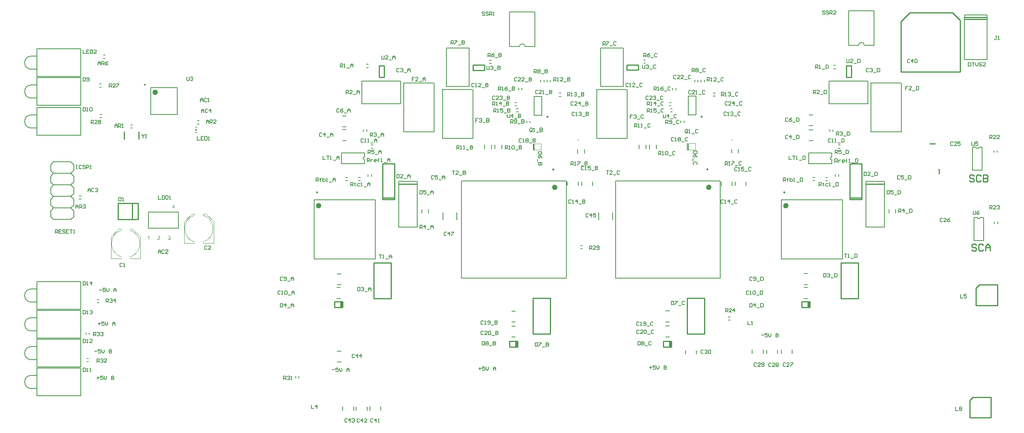
<source format=gbr>
G04 Layer_Color=65535*
%FSLAX45Y45*%
%MOMM*%
%TF.FileFunction,Legend,Top*%
%TF.Part,Single*%
G01*
G75*
%TA.AperFunction,NonConductor*%
%ADD84C,0.20000*%
%ADD85C,0.10160*%
%ADD86C,0.60000*%
%ADD87C,0.25000*%
%ADD88C,0.12700*%
%ADD89C,0.15240*%
%ADD90C,0.25400*%
%ADD91C,0.10000*%
%ADD92C,0.22860*%
%ADD93C,0.20320*%
%ADD94C,0.15000*%
%ADD95R,0.63500X1.27000*%
%ADD96R,0.30480X0.30241*%
%ADD97R,0.30480X0.15240*%
%ADD98R,0.30480X0.14996*%
G36*
X4592137Y5783006D02*
X4592906D01*
X4593884Y5782867D01*
X4595071Y5782727D01*
X4596328Y5782518D01*
X4597656Y5782308D01*
X4599122Y5781959D01*
X4600589Y5781540D01*
X4602126Y5780981D01*
X4603663Y5780352D01*
X4605199Y5779654D01*
X4606666Y5778746D01*
X4608063Y5777768D01*
X4609390Y5776650D01*
X4609460Y5776580D01*
X4609670Y5776371D01*
X4610019Y5776021D01*
X4610438Y5775533D01*
X4610997Y5774904D01*
X4611556Y5774136D01*
X4612114Y5773227D01*
X4612813Y5772250D01*
X4613442Y5771132D01*
X4614000Y5769945D01*
X4614629Y5768617D01*
X4615118Y5767220D01*
X4615537Y5765754D01*
X4615886Y5764147D01*
X4616096Y5762471D01*
X4616166Y5760724D01*
Y5760654D01*
Y5760515D01*
Y5760235D01*
Y5759886D01*
X4616096Y5759467D01*
Y5758908D01*
X4615886Y5757721D01*
X4615677Y5756254D01*
X4615328Y5754647D01*
X4614839Y5752901D01*
X4614140Y5751155D01*
Y5751085D01*
X4614070Y5750945D01*
X4613931Y5750666D01*
X4613791Y5750387D01*
X4613581Y5749898D01*
X4613302Y5749409D01*
X4612953Y5748850D01*
X4612603Y5748221D01*
X4611695Y5746754D01*
X4610578Y5745078D01*
X4609181Y5743262D01*
X4607574Y5741376D01*
X4607504Y5741306D01*
X4607365Y5741166D01*
X4607085Y5740817D01*
X4606736Y5740398D01*
X4606177Y5739909D01*
X4605549Y5739280D01*
X4604850Y5738512D01*
X4604012Y5737674D01*
X4602964Y5736696D01*
X4601847Y5735648D01*
X4600659Y5734461D01*
X4599262Y5733203D01*
X4597795Y5731876D01*
X4596119Y5730409D01*
X4594373Y5728873D01*
X4592417Y5727196D01*
X4592347Y5727126D01*
X4591998Y5726847D01*
X4591579Y5726498D01*
X4590950Y5726009D01*
X4590251Y5725380D01*
X4589483Y5724682D01*
X4588575Y5723913D01*
X4587667Y5723145D01*
X4585711Y5721469D01*
X4583825Y5719792D01*
X4582987Y5719024D01*
X4582149Y5718256D01*
X4581520Y5717627D01*
X4580961Y5717068D01*
X4580822Y5716928D01*
X4580542Y5716649D01*
X4580053Y5716090D01*
X4579495Y5715392D01*
X4578866Y5714623D01*
X4578167Y5713715D01*
X4577469Y5712737D01*
X4576840Y5711759D01*
X4616305D01*
Y5702260D01*
X4563080D01*
Y5702330D01*
Y5702400D01*
Y5702609D01*
Y5702889D01*
Y5703587D01*
X4563150Y5704425D01*
X4563289Y5705473D01*
X4563499Y5706660D01*
X4563778Y5707848D01*
X4564197Y5709105D01*
Y5709175D01*
X4564267Y5709385D01*
X4564407Y5709664D01*
X4564616Y5710013D01*
X4564826Y5710502D01*
X4565105Y5711131D01*
X4565385Y5711759D01*
X4565804Y5712458D01*
X4566642Y5714134D01*
X4567830Y5715881D01*
X4569157Y5717836D01*
X4570693Y5719792D01*
X4570763Y5719862D01*
X4570903Y5720002D01*
X4571182Y5720351D01*
X4571532Y5720700D01*
X4572021Y5721189D01*
X4572579Y5721818D01*
X4573208Y5722516D01*
X4573976Y5723285D01*
X4574884Y5724123D01*
X4575792Y5725031D01*
X4576910Y5726079D01*
X4578028Y5727126D01*
X4579285Y5728244D01*
X4580612Y5729432D01*
X4582079Y5730689D01*
X4583616Y5731946D01*
X4583686D01*
X4583755Y5732086D01*
X4584174Y5732435D01*
X4584873Y5732994D01*
X4585711Y5733762D01*
X4586829Y5734670D01*
X4588016Y5735718D01*
X4589343Y5736905D01*
X4590740Y5738163D01*
X4592207Y5739490D01*
X4593744Y5740887D01*
X4595211Y5742284D01*
X4596678Y5743751D01*
X4598005Y5745148D01*
X4599262Y5746545D01*
X4600380Y5747802D01*
X4601358Y5749059D01*
X4601427Y5749129D01*
X4601567Y5749339D01*
X4601777Y5749688D01*
X4602056Y5750107D01*
X4602405Y5750666D01*
X4602824Y5751364D01*
X4603244Y5752063D01*
X4603663Y5752901D01*
X4604501Y5754717D01*
X4605269Y5756743D01*
X4605549Y5757791D01*
X4605758Y5758838D01*
X4605898Y5759886D01*
X4605968Y5760934D01*
Y5761004D01*
Y5761213D01*
Y5761493D01*
X4605898Y5761912D01*
X4605828Y5762401D01*
X4605758Y5763029D01*
X4605618Y5763658D01*
X4605479Y5764357D01*
X4604920Y5765963D01*
X4604641Y5766731D01*
X4604221Y5767570D01*
X4603732Y5768408D01*
X4603174Y5769246D01*
X4602545Y5770084D01*
X4601777Y5770853D01*
X4601707Y5770922D01*
X4601567Y5771062D01*
X4601358Y5771202D01*
X4601008Y5771481D01*
X4600589Y5771761D01*
X4600100Y5772110D01*
X4599541Y5772529D01*
X4598843Y5772878D01*
X4598075Y5773227D01*
X4597236Y5773647D01*
X4596328Y5773996D01*
X4595350Y5774275D01*
X4594373Y5774555D01*
X4593255Y5774764D01*
X4592068Y5774834D01*
X4590810Y5774904D01*
X4590112D01*
X4589623Y5774834D01*
X4589064Y5774764D01*
X4588365Y5774694D01*
X4587527Y5774555D01*
X4586689Y5774345D01*
X4584873Y5773856D01*
X4583965Y5773507D01*
X4582987Y5773088D01*
X4582079Y5772599D01*
X4581171Y5771970D01*
X4580263Y5771342D01*
X4579425Y5770573D01*
X4579355Y5770503D01*
X4579215Y5770364D01*
X4579006Y5770154D01*
X4578796Y5769805D01*
X4578447Y5769316D01*
X4578098Y5768827D01*
X4577678Y5768198D01*
X4577329Y5767500D01*
X4576910Y5766662D01*
X4576491Y5765754D01*
X4576142Y5764776D01*
X4575862Y5763728D01*
X4575583Y5762610D01*
X4575373Y5761353D01*
X4575234Y5760096D01*
X4575164Y5758699D01*
X4564966Y5759746D01*
Y5759886D01*
X4565036Y5760235D01*
X4565105Y5760864D01*
X4565245Y5761632D01*
X4565385Y5762540D01*
X4565664Y5763658D01*
X4565944Y5764845D01*
X4566293Y5766173D01*
X4566782Y5767570D01*
X4567271Y5768967D01*
X4567899Y5770433D01*
X4568668Y5771830D01*
X4569506Y5773297D01*
X4570414Y5774624D01*
X4571532Y5775882D01*
X4572719Y5777069D01*
X4572789Y5777139D01*
X4573068Y5777349D01*
X4573418Y5777628D01*
X4573976Y5777977D01*
X4574675Y5778466D01*
X4575513Y5778955D01*
X4576491Y5779514D01*
X4577609Y5780073D01*
X4578796Y5780632D01*
X4580193Y5781190D01*
X4581730Y5781679D01*
X4583336Y5782168D01*
X4585083Y5782518D01*
X4586968Y5782797D01*
X4588924Y5783006D01*
X4591020Y5783076D01*
X4591509D01*
X4592137Y5783006D01*
D02*
G37*
G36*
X4927344Y6417359D02*
X4938240D01*
Y6408279D01*
X4927344D01*
Y6389000D01*
X4917425D01*
Y6408279D01*
X4882500D01*
Y6417359D01*
X4919241Y6469537D01*
X4927344D01*
Y6417359D01*
D02*
G37*
G36*
X4376426Y5703200D02*
X4366508D01*
Y5766135D01*
X4366438Y5766065D01*
X4366368Y5765995D01*
X4366158Y5765786D01*
X4365879Y5765576D01*
X4365460Y5765227D01*
X4365041Y5764877D01*
X4364552Y5764458D01*
X4363993Y5763969D01*
X4362596Y5762992D01*
X4360990Y5761804D01*
X4359173Y5760547D01*
X4357078Y5759289D01*
X4357008Y5759220D01*
X4356799Y5759150D01*
X4356519Y5758940D01*
X4356100Y5758731D01*
X4355611Y5758451D01*
X4355052Y5758172D01*
X4354354Y5757753D01*
X4353655Y5757404D01*
X4352049Y5756565D01*
X4350302Y5755727D01*
X4348486Y5754889D01*
X4346740Y5754190D01*
Y5763760D01*
X4346810Y5763830D01*
X4347089Y5763969D01*
X4347578Y5764179D01*
X4348137Y5764458D01*
X4348836Y5764808D01*
X4349674Y5765297D01*
X4350582Y5765786D01*
X4351630Y5766414D01*
X4352747Y5767043D01*
X4353865Y5767811D01*
X4356310Y5769418D01*
X4358824Y5771234D01*
X4361199Y5773190D01*
X4361269Y5773259D01*
X4361478Y5773469D01*
X4361758Y5773748D01*
X4362247Y5774168D01*
X4362736Y5774656D01*
X4363295Y5775215D01*
X4363923Y5775914D01*
X4364622Y5776612D01*
X4366089Y5778289D01*
X4367555Y5780105D01*
X4368883Y5782061D01*
X4369511Y5783038D01*
X4370000Y5784016D01*
X4376426D01*
Y5703200D01*
D02*
G37*
G36*
X17220567Y7912518D02*
X17223381Y7909705D01*
X17224904Y7906029D01*
Y7904040D01*
Y7902051D01*
X17223381Y7898375D01*
X17220567Y7895562D01*
X17216893Y7894040D01*
X17212914D01*
X17209239Y7895562D01*
X17206425Y7898375D01*
X17204904Y7902051D01*
Y7904040D01*
Y7906029D01*
X17206425Y7909705D01*
X17209239Y7912518D01*
X17212914Y7914040D01*
X17216893D01*
X17220567Y7912518D01*
D02*
G37*
G36*
X13828967Y7909717D02*
X13831781Y7906904D01*
X13833304Y7903229D01*
Y7901240D01*
Y7899251D01*
X13831781Y7895575D01*
X13828967Y7892762D01*
X13825293Y7891240D01*
X13821313D01*
X13817639Y7892762D01*
X13814825Y7895575D01*
X13813304Y7899251D01*
Y7901240D01*
Y7903229D01*
X13814825Y7906904D01*
X13817639Y7909717D01*
X13821313Y7911240D01*
X13825293D01*
X13828967Y7909717D01*
D02*
G37*
G36*
X4822404Y5783947D02*
X4822962D01*
X4823661Y5783877D01*
X4824429Y5783807D01*
X4825267Y5783667D01*
X4827153Y5783318D01*
X4829249Y5782829D01*
X4831344Y5782130D01*
X4833440Y5781153D01*
X4833510D01*
X4833719Y5781013D01*
X4833999Y5780873D01*
X4834348Y5780664D01*
X4834837Y5780384D01*
X4835326Y5780035D01*
X4836583Y5779127D01*
X4837910Y5778079D01*
X4839307Y5776752D01*
X4840704Y5775215D01*
X4841892Y5773469D01*
X4841962Y5773399D01*
X4842031Y5773259D01*
X4842171Y5772980D01*
X4842381Y5772631D01*
X4842590Y5772142D01*
X4842870Y5771653D01*
X4843149Y5771024D01*
X4843428Y5770326D01*
X4843917Y5768789D01*
X4844406Y5767043D01*
X4844756Y5765087D01*
X4844895Y5764109D01*
Y5763061D01*
Y5762992D01*
Y5762852D01*
Y5762572D01*
X4844825Y5762223D01*
Y5761734D01*
X4844756Y5761175D01*
X4844546Y5759918D01*
X4844197Y5758451D01*
X4843708Y5756845D01*
X4843009Y5755238D01*
X4842031Y5753562D01*
Y5753492D01*
X4841892Y5753352D01*
X4841752Y5753143D01*
X4841543Y5752863D01*
X4840844Y5752095D01*
X4839936Y5751117D01*
X4838818Y5750069D01*
X4837352Y5748882D01*
X4835675Y5747834D01*
X4833789Y5746786D01*
X4833859D01*
X4834138Y5746716D01*
X4834488Y5746577D01*
X4834977Y5746437D01*
X4835535Y5746228D01*
X4836234Y5746018D01*
X4837002Y5745669D01*
X4837840Y5745319D01*
X4839657Y5744411D01*
X4840565Y5743853D01*
X4841473Y5743224D01*
X4842381Y5742525D01*
X4843289Y5741687D01*
X4844127Y5740849D01*
X4844895Y5739941D01*
X4844965Y5739871D01*
X4845035Y5739731D01*
X4845245Y5739382D01*
X4845524Y5739033D01*
X4845803Y5738474D01*
X4846153Y5737915D01*
X4846502Y5737217D01*
X4846921Y5736379D01*
X4847270Y5735471D01*
X4847619Y5734493D01*
X4847969Y5733445D01*
X4848248Y5732258D01*
X4848528Y5731070D01*
X4848737Y5729743D01*
X4848807Y5728416D01*
X4848877Y5726949D01*
Y5726809D01*
Y5726460D01*
X4848807Y5725901D01*
X4848737Y5725203D01*
X4848667Y5724295D01*
X4848458Y5723247D01*
X4848248Y5722059D01*
X4847899Y5720732D01*
X4847480Y5719405D01*
X4846991Y5717938D01*
X4846362Y5716471D01*
X4845594Y5714935D01*
X4844686Y5713468D01*
X4843708Y5711931D01*
X4842520Y5710464D01*
X4841123Y5709067D01*
X4841054Y5708997D01*
X4840774Y5708788D01*
X4840355Y5708369D01*
X4839726Y5707950D01*
X4838958Y5707391D01*
X4838050Y5706762D01*
X4837002Y5706134D01*
X4835815Y5705435D01*
X4834488Y5704737D01*
X4833021Y5704108D01*
X4831414Y5703479D01*
X4829668Y5702921D01*
X4827852Y5702501D01*
X4825896Y5702152D01*
X4823870Y5701873D01*
X4821705Y5701803D01*
X4821216D01*
X4820657Y5701873D01*
X4819959D01*
X4819051Y5702012D01*
X4818003Y5702152D01*
X4816816Y5702362D01*
X4815558Y5702571D01*
X4814161Y5702921D01*
X4812764Y5703340D01*
X4811297Y5703829D01*
X4809831Y5704457D01*
X4808294Y5705156D01*
X4806897Y5705994D01*
X4805430Y5706972D01*
X4804103Y5708089D01*
X4804033Y5708159D01*
X4803824Y5708369D01*
X4803474Y5708718D01*
X4802985Y5709277D01*
X4802427Y5709906D01*
X4801868Y5710604D01*
X4801169Y5711512D01*
X4800471Y5712560D01*
X4799772Y5713677D01*
X4799074Y5714865D01*
X4798445Y5716262D01*
X4797816Y5717729D01*
X4797258Y5719265D01*
X4796769Y5720942D01*
X4796419Y5722688D01*
X4796140Y5724504D01*
X4806059Y5725831D01*
Y5725761D01*
X4806129Y5725482D01*
X4806268Y5725063D01*
X4806408Y5724434D01*
X4806548Y5723736D01*
X4806827Y5722967D01*
X4807106Y5722059D01*
X4807386Y5721151D01*
X4808224Y5719126D01*
X4809202Y5717170D01*
X4809761Y5716192D01*
X4810389Y5715284D01*
X4811088Y5714446D01*
X4811786Y5713677D01*
X4811856Y5713608D01*
X4811996Y5713538D01*
X4812206Y5713328D01*
X4812555Y5713119D01*
X4812904Y5712839D01*
X4813393Y5712490D01*
X4813952Y5712141D01*
X4814580Y5711861D01*
X4816047Y5711163D01*
X4817724Y5710534D01*
X4819679Y5710115D01*
X4820727Y5710045D01*
X4821775Y5709975D01*
X4822473D01*
X4822962Y5710045D01*
X4823521Y5710115D01*
X4824220Y5710255D01*
X4824988Y5710394D01*
X4825896Y5710604D01*
X4826804Y5710814D01*
X4827712Y5711163D01*
X4828690Y5711512D01*
X4829738Y5712001D01*
X4830716Y5712560D01*
X4831694Y5713188D01*
X4832672Y5713957D01*
X4833580Y5714795D01*
X4833649Y5714865D01*
X4833789Y5715005D01*
X4833999Y5715284D01*
X4834348Y5715633D01*
X4834697Y5716122D01*
X4835116Y5716681D01*
X4835535Y5717379D01*
X4836024Y5718078D01*
X4836443Y5718916D01*
X4836863Y5719824D01*
X4837282Y5720802D01*
X4837631Y5721850D01*
X4837980Y5722967D01*
X4838190Y5724155D01*
X4838329Y5725412D01*
X4838399Y5726739D01*
Y5726809D01*
Y5727019D01*
Y5727368D01*
X4838329Y5727857D01*
X4838260Y5728486D01*
X4838190Y5729114D01*
X4838050Y5729883D01*
X4837840Y5730721D01*
X4837282Y5732467D01*
X4836932Y5733445D01*
X4836513Y5734353D01*
X4836024Y5735331D01*
X4835396Y5736239D01*
X4834697Y5737147D01*
X4833929Y5737985D01*
X4833859Y5738055D01*
X4833719Y5738195D01*
X4833440Y5738404D01*
X4833161Y5738684D01*
X4832672Y5739033D01*
X4832183Y5739382D01*
X4831554Y5739801D01*
X4830855Y5740220D01*
X4830087Y5740570D01*
X4829179Y5740989D01*
X4828271Y5741338D01*
X4827293Y5741687D01*
X4826176Y5741967D01*
X4825058Y5742176D01*
X4823870Y5742316D01*
X4822613Y5742386D01*
X4822124D01*
X4821496Y5742316D01*
X4820727Y5742246D01*
X4819679Y5742106D01*
X4818492Y5741967D01*
X4817165Y5741687D01*
X4815628Y5741338D01*
X4816746Y5749999D01*
X4816885D01*
X4817305Y5749930D01*
X4817863Y5749860D01*
X4818981D01*
X4819400Y5749930D01*
X4819959D01*
X4820588Y5750069D01*
X4821356Y5750139D01*
X4822124Y5750279D01*
X4823870Y5750698D01*
X4825756Y5751257D01*
X4827712Y5752095D01*
X4828690Y5752584D01*
X4829668Y5753143D01*
X4829738Y5753213D01*
X4829878Y5753282D01*
X4830157Y5753492D01*
X4830436Y5753771D01*
X4830855Y5754121D01*
X4831275Y5754540D01*
X4831694Y5755029D01*
X4832183Y5755657D01*
X4832672Y5756356D01*
X4833091Y5757054D01*
X4833510Y5757892D01*
X4833929Y5758801D01*
X4834208Y5759848D01*
X4834488Y5760896D01*
X4834627Y5762083D01*
X4834697Y5763341D01*
Y5763411D01*
Y5763550D01*
Y5763830D01*
X4834627Y5764249D01*
X4834558Y5764668D01*
X4834488Y5765227D01*
X4834208Y5766484D01*
X4833789Y5767881D01*
X4833161Y5769418D01*
X4832741Y5770116D01*
X4832252Y5770885D01*
X4831624Y5771583D01*
X4830995Y5772282D01*
X4830925Y5772351D01*
X4830855Y5772421D01*
X4830646Y5772631D01*
X4830297Y5772840D01*
X4829947Y5773120D01*
X4829528Y5773399D01*
X4829039Y5773748D01*
X4828411Y5774098D01*
X4827084Y5774796D01*
X4825407Y5775355D01*
X4823591Y5775774D01*
X4822543Y5775844D01*
X4821496Y5775914D01*
X4820937D01*
X4820518Y5775844D01*
X4820029Y5775774D01*
X4819470Y5775704D01*
X4818143Y5775495D01*
X4816676Y5775006D01*
X4815069Y5774377D01*
X4814231Y5773958D01*
X4813463Y5773469D01*
X4812694Y5772910D01*
X4811926Y5772282D01*
X4811856Y5772212D01*
X4811786Y5772142D01*
X4811577Y5771932D01*
X4811297Y5771583D01*
X4811018Y5771234D01*
X4810669Y5770745D01*
X4810250Y5770186D01*
X4809900Y5769557D01*
X4809481Y5768859D01*
X4809062Y5768021D01*
X4808643Y5767113D01*
X4808224Y5766135D01*
X4807875Y5765087D01*
X4807526Y5763969D01*
X4807246Y5762712D01*
X4807037Y5761385D01*
X4797118Y5763131D01*
Y5763271D01*
X4797188Y5763550D01*
X4797327Y5764109D01*
X4797467Y5764738D01*
X4797747Y5765576D01*
X4798026Y5766554D01*
X4798375Y5767602D01*
X4798794Y5768789D01*
X4799283Y5769977D01*
X4799912Y5771234D01*
X4800541Y5772491D01*
X4801309Y5773818D01*
X4802147Y5775076D01*
X4803125Y5776263D01*
X4804173Y5777450D01*
X4805290Y5778498D01*
X4805360Y5778568D01*
X4805570Y5778708D01*
X4805919Y5778987D01*
X4806478Y5779336D01*
X4807106Y5779756D01*
X4807805Y5780244D01*
X4808713Y5780733D01*
X4809691Y5781292D01*
X4810809Y5781781D01*
X4811996Y5782270D01*
X4813323Y5782759D01*
X4814720Y5783178D01*
X4816257Y5783527D01*
X4817863Y5783807D01*
X4819540Y5783947D01*
X4821286Y5784016D01*
X4821915D01*
X4822404Y5783947D01*
D02*
G37*
%LPC*%
G36*
X4917425Y6453611D02*
X4892209Y6417359D01*
X4917425D01*
Y6453611D01*
D02*
G37*
%LPD*%
D84*
X20123920Y9984740D02*
G03*
X19996919Y9984740I-63500J0D01*
G01*
X12656320Y9954260D02*
G03*
X12529320Y9954260I-63500J0D01*
G01*
X22582298Y7738416D02*
G03*
X22645798Y7738416I31750J0D01*
G01*
X22609650Y6191301D02*
G03*
X22673151Y6191301I31750J0D01*
G01*
X9119901Y7525001D02*
G03*
X9119901Y7461501I0J-31750D01*
G01*
X19406902Y7525001D02*
G03*
X19406902Y7461501I0J-31750D01*
G01*
X14139999Y6894200D02*
Y6974199D01*
X13900000Y6894200D02*
Y6974199D01*
X20339420Y9984740D02*
Y10746740D01*
X19781419D02*
X20339420D01*
X19781419Y9984740D02*
Y10746740D01*
Y9984740D02*
X19996919D01*
X20123920D02*
X20339420D01*
X12871820Y9954260D02*
Y10716260D01*
X12313820D02*
X12871820D01*
X12313820Y9954260D02*
Y10716260D01*
Y9954260D02*
X12529320D01*
X12656320D02*
X12871820D01*
X15315001Y7707000D02*
Y7787000D01*
X15164999Y7707000D02*
Y7787000D01*
X11911401Y7707000D02*
Y7787000D01*
X11761399Y7707000D02*
Y7787000D01*
X17519000Y6894200D02*
Y6974200D01*
X17278999Y6894200D02*
Y6974200D01*
X22507549Y7230416D02*
Y7738416D01*
Y7230416D02*
X22720547D01*
Y7738416D01*
X22645799D02*
X22720547D01*
X22507549D02*
X22582300D01*
X22534900Y5683301D02*
Y6191301D01*
Y5683301D02*
X22747900D01*
Y6191301D01*
X22673154D02*
X22747900D01*
X22534900D02*
X22609653D01*
X23047400Y7625400D02*
Y7665400D01*
X22977400Y7625400D02*
Y7665400D01*
X22991400Y6057001D02*
Y6097001D01*
X23061400Y6057001D02*
Y6097001D01*
X3366999Y9769394D02*
X3406999D01*
X3366999Y9699396D02*
X3406999D01*
X13873801Y5502200D02*
X13913800D01*
X13873801Y5572200D02*
X13913800D01*
X8635401Y8127401D02*
X8715400D01*
X8635401Y7887401D02*
X8715400D01*
X8985601Y6998945D02*
X9025600D01*
X8985601Y7068947D02*
X9025600D01*
X8611900Y7612751D02*
X9119900D01*
X8611900Y7373752D02*
Y7612751D01*
Y7373752D02*
X9119900D01*
Y7461504D01*
Y7525004D02*
Y7612751D01*
X9265001Y7718401D02*
X9305001D01*
X9265001Y7788401D02*
X9305001D01*
X9096300Y8090220D02*
Y8130220D01*
X9166300Y8090220D02*
Y8130220D01*
X10528402Y6291001D02*
Y6371001D01*
X10378399Y6291001D02*
Y6371001D01*
X9358401Y5275798D02*
Y6575801D01*
X8008402Y5275798D02*
Y6575801D01*
X9358401D01*
X8008402Y5275798D02*
X9358401D01*
X8519799Y4706000D02*
X8599799D01*
X8519799Y4946000D02*
X8599799D01*
X9063203Y8697199D02*
Y8947201D01*
Y8697199D02*
X9913203D01*
Y9197203D01*
X9063203D02*
X9913203D01*
X9063203Y8947201D02*
Y9197203D01*
X9199201Y7098401D02*
Y7138401D01*
X9269201Y7098401D02*
Y7138401D01*
X9163401Y9566401D02*
X9203401D01*
X9163401Y9496401D02*
X9203401D01*
X10072400Y6988399D02*
X10275600D01*
Y5978403D02*
Y6988399D01*
X9869200Y5978403D02*
X10275600D01*
X9869200D02*
Y6988399D01*
X10072400D01*
X8508401Y4407601D02*
X8588400D01*
X8508401Y4647601D02*
X8588400D01*
X8706201Y6998945D02*
X8746200D01*
X8706201Y7068947D02*
X8746200D01*
X18908398Y8121000D02*
X18988399D01*
X18908398Y7881000D02*
X18988399D01*
X19272601Y6998945D02*
X19312601D01*
X19272601Y7068947D02*
X19312601D01*
X18898900Y7612751D02*
X19406900D01*
X18898900Y7373752D02*
Y7612751D01*
Y7373752D02*
X19406900D01*
Y7461504D01*
Y7525004D02*
Y7612751D01*
X19552000Y7718401D02*
X19592001D01*
X19552000Y7788401D02*
X19592001D01*
X19360440Y8087680D02*
Y8127680D01*
X19430440Y8087680D02*
Y8127680D01*
X20815402Y6291001D02*
Y6371001D01*
X20665399Y6291001D02*
Y6371001D01*
X19645401Y5275798D02*
Y6575801D01*
X18295403Y5275798D02*
Y6575801D01*
X19645401D01*
X18295403Y5275798D02*
X19645401D01*
X18795401Y4712401D02*
X18875400D01*
X18795401Y4952401D02*
X18875400D01*
X19350203Y8697199D02*
Y8947201D01*
Y8697199D02*
X20200203D01*
Y9197203D01*
X19350203D02*
X20200203D01*
X19350203Y8947201D02*
Y9197203D01*
X19486201Y7098401D02*
Y7138401D01*
X19556201Y7098401D02*
Y7138401D01*
X19450401Y9541001D02*
X19490401D01*
X19450401Y9471001D02*
X19490401D01*
X20359399Y6988399D02*
X20562601D01*
Y5978403D02*
Y6988399D01*
X20156200Y5978403D02*
X20562601D01*
X20156200D02*
Y6988399D01*
X20359399D01*
X18795401Y4407601D02*
X18875400D01*
X18795401Y4647601D02*
X18875400D01*
X18993201Y6998945D02*
X19033200D01*
X18993201Y7068947D02*
X19033200D01*
X10843200Y6143000D02*
Y6303000D01*
X11153200Y6143000D02*
Y6303000D01*
X14272200Y6143000D02*
Y6303000D01*
X14582201Y6143000D02*
Y6303000D01*
X16425000Y3181000D02*
Y3261000D01*
X16185001Y3181000D02*
Y3261000D01*
X17895000Y3196000D02*
Y3276000D01*
X17655000Y3196000D02*
Y3276000D01*
X18214000Y3193000D02*
Y3273000D01*
X17974001Y3193000D02*
Y3273000D01*
X18533000Y3196000D02*
Y3276000D01*
X18292999Y3196000D02*
Y3276000D01*
X8519000Y3008000D02*
X8599000D01*
X8519000Y3248000D02*
X8599000D01*
X8880000Y1943000D02*
Y2023000D01*
X8640000Y1943000D02*
Y2023000D01*
X9177000Y1940000D02*
Y2020000D01*
X8937000Y1940000D02*
Y2020000D01*
X9477000Y1941000D02*
Y2021000D01*
X9237000Y1941000D02*
Y2021000D01*
X17132001Y3927000D02*
X17172000D01*
X17132001Y3997000D02*
X17172000D01*
X7601000Y2653000D02*
Y2693000D01*
X7671000Y2653000D02*
Y2693000D01*
X3002600Y3083000D02*
X3042600D01*
X3002600Y3013000D02*
X3042600D01*
X3057600Y3612200D02*
Y3652200D01*
X2987600Y3612200D02*
Y3652200D01*
X3231200Y4378400D02*
X3271200D01*
X3231200Y4308400D02*
X3271200D01*
X3282000Y9133280D02*
X3322000D01*
X3282000Y9063280D02*
X3322000D01*
X3294700Y8462720D02*
X3334700D01*
X3294700Y8392720D02*
X3334700D01*
X10924598Y9924599D02*
X11174600D01*
X10924598Y9074598D02*
Y9924599D01*
Y9074598D02*
X11424602D01*
Y9924599D01*
X11174600D02*
X11424602D01*
X11871600Y9587000D02*
X11911600D01*
X11871600Y9657000D02*
X11911600D01*
X12358400Y3796100D02*
X12438400D01*
X12358400Y3556100D02*
X12438400D01*
X12358400Y4126300D02*
X12438400D01*
X12358400Y3886300D02*
X12438400D01*
X13407098Y8930800D02*
X13447099D01*
X13407098Y8860800D02*
X13447099D01*
X13822600Y6899400D02*
Y6979400D01*
X13582600Y6899400D02*
Y6979400D01*
X12140001Y7707000D02*
Y7787000D01*
X11989999Y7707000D02*
Y7787000D01*
X12855600Y8861400D02*
X13025600D01*
X12855600Y8446400D02*
X13025600D01*
X12855600D02*
Y8861400D01*
X13025600Y8446400D02*
Y8861400D01*
X11252200Y4853400D02*
Y6993400D01*
X13562199Y4853400D02*
Y6993400D01*
X11252200Y4853400D02*
X13562199D01*
X11252200Y6993400D02*
X13562199D01*
X13960101Y7605600D02*
Y7685600D01*
X13810098Y7605600D02*
Y7685600D01*
X13139700Y9178998D02*
Y9218999D01*
X13209700Y9178998D02*
Y9218999D01*
X13070000Y9178999D02*
Y9218999D01*
X13000000Y9178999D02*
Y9218999D01*
X12511900Y9002200D02*
Y9042200D01*
X12581900Y9002200D02*
Y9042200D01*
X12463400Y8587300D02*
X12503400D01*
X12463400Y8517300D02*
X12503400D01*
X12689700Y8278300D02*
Y8318300D01*
X12759700Y8278300D02*
Y8318300D01*
X12426000Y8651800D02*
X12466000D01*
X12426000Y8721800D02*
X12466000D01*
X15829601Y8651800D02*
X15869600D01*
X15829601Y8721800D02*
X15869600D01*
X16081300Y8281100D02*
Y8321100D01*
X16151300Y8281100D02*
Y8321100D01*
X15855000Y8590100D02*
X15895000D01*
X15855000Y8520100D02*
X15895000D01*
X15903500Y9005000D02*
Y9045000D01*
X15973500Y9005000D02*
Y9045000D01*
X16461600Y9181799D02*
Y9221799D01*
X16391600Y9181799D02*
Y9221799D01*
X16531300Y9181799D02*
Y9221799D01*
X16601300Y9181799D02*
Y9221799D01*
X17351701Y7608400D02*
Y7688400D01*
X17201698Y7608400D02*
Y7688400D01*
X14643800Y4856200D02*
Y6996200D01*
X16953799Y4856200D02*
Y6996200D01*
X14643800Y4856200D02*
X16953799D01*
X14643800Y6996200D02*
X16953799D01*
X16247200Y8864200D02*
X16417200D01*
X16247200Y8449200D02*
X16417200D01*
X16247200D02*
Y8864200D01*
X16417200Y8449200D02*
Y8864200D01*
X15543600Y7707000D02*
Y7787000D01*
X15393599Y7707000D02*
Y7787000D01*
X17214200Y6894200D02*
Y6974200D01*
X16974200Y6894200D02*
Y6974200D01*
X16798698Y8933600D02*
X16838699D01*
X16798698Y8863600D02*
X16838699D01*
X15749998Y4129100D02*
X15829999D01*
X15749998Y3889100D02*
X15829999D01*
X15749998Y3798900D02*
X15829999D01*
X15749998Y3558900D02*
X15829999D01*
X15263199Y9589800D02*
X15303200D01*
X15263199Y9659800D02*
X15303200D01*
X14316197Y9927399D02*
X14566199D01*
X14316197Y9077398D02*
Y9927399D01*
Y9077398D02*
X14816202D01*
Y9927399D01*
X14566199D02*
X14816202D01*
X18908400Y8211200D02*
X18988400D01*
X18908400Y8451200D02*
X18988400D01*
X8635400Y8185800D02*
X8715400D01*
X8635400Y8425800D02*
X8715400D01*
X4409000Y8459000D02*
X4999000D01*
X4409000Y9049000D02*
X4999000D01*
Y8459000D02*
Y9049000D01*
X4409000Y8459000D02*
Y9049000D01*
X3969000Y8162999D02*
X4009000D01*
X3969000Y8233001D02*
X4009000D01*
X5435000Y8250000D02*
X5475000D01*
X5435000Y8320000D02*
X5475000D01*
X2836002Y6667002D02*
X2876002D01*
X2836002Y6596999D02*
X2876002D01*
X9971801Y9152001D02*
X10311802D01*
X9981801Y8077001D02*
Y9152001D01*
Y8077001D02*
X10651802D01*
Y9152001D01*
X10311802D02*
X10641802D01*
X20258801D02*
X20598802D01*
X20268800Y8077001D02*
Y9152001D01*
Y8077001D02*
X20938802D01*
Y9152001D01*
X20598802D02*
X20928802D01*
X10824000Y9012000D02*
X11164000D01*
X10834000Y7937000D02*
Y9012000D01*
Y7937000D02*
X11504000D01*
Y9012000D01*
X11164000D02*
X11494000D01*
X14225999Y9006000D02*
X14566000D01*
X14236000Y7931000D02*
Y9006000D01*
Y7931000D02*
X14906000D01*
Y9006000D01*
X14566000D02*
X14896001D01*
X22331000Y10650000D02*
X22581000D01*
X22331000Y9670000D02*
Y10650000D01*
Y9670000D02*
X22831000D01*
Y10650000D01*
X22581000D02*
X22831000D01*
D85*
X5567000Y5649000D02*
G03*
X5567000Y6241180I-95351J296090D01*
G01*
X5375480D02*
G03*
X5375480Y5649000I95351J-296090D01*
G01*
X3955800Y5318400D02*
G03*
X3955800Y5910580I-95351J296090D01*
G01*
X3764280D02*
G03*
X3764280Y5318400I95351J-296090D01*
G01*
X5567000Y5619000D02*
X5797000D01*
Y6101480D01*
X5627000Y6269120D02*
X5797000Y6101480D01*
X5567000Y6269120D02*
X5627000D01*
X5314520D02*
X5375480D01*
X5146880Y6101480D02*
X5314520Y6269120D01*
X5146880Y5619000D02*
Y6101480D01*
Y5619000D02*
X5375480D01*
X3955800Y5288400D02*
X4185800D01*
Y5770880D01*
X4015800Y5938520D02*
X4185800Y5770880D01*
X3955800Y5938520D02*
X4015800D01*
X3703320D02*
X3764280D01*
X3535680Y5770880D02*
X3703320Y5938520D01*
X3535680Y5288400D02*
Y5770880D01*
Y5288400D02*
X3764280D01*
D86*
X8138402Y6448801D02*
G03*
X8138402Y6448801I-30000J0D01*
G01*
X18425401D02*
G03*
X18425401Y6448801I-30000J0D01*
G01*
X13337199Y6853400D02*
G03*
X13337199Y6853400I-30000J0D01*
G01*
X16728799Y6856200D02*
G03*
X16728799Y6856200I-30000J0D01*
G01*
X4539000Y8949000D02*
G03*
X4539000Y8949000I-30000J0D01*
G01*
D87*
X8086402Y6743801D02*
G03*
X8086402Y6743801I-12500J0D01*
G01*
X18373402D02*
G03*
X18373402Y6743801I-12500J0D01*
G01*
X13160600Y8408900D02*
G03*
X13160600Y8408900I-12500J0D01*
G01*
X13288200Y7249400D02*
G03*
X13288200Y7249400I-12500J0D01*
G01*
X16679800Y7252200D02*
G03*
X16679800Y7252200I-12500J0D01*
G01*
X16552200Y8411700D02*
G03*
X16552200Y8411700I-12500J0D01*
G01*
X4296500Y9116500D02*
G03*
X4296500Y9116500I-12500J0D01*
G01*
D88*
X1781200Y2710400D02*
G03*
X1781200Y2420400I0J-145000D01*
G01*
Y3345400D02*
G03*
X1781200Y3055400I0J-145000D01*
G01*
Y3980400D02*
G03*
X1781200Y3690400I0J-145000D01*
G01*
Y4615400D02*
G03*
X1781200Y4325400I0J-145000D01*
G01*
Y9111200D02*
G03*
X1781200Y8821200I0J-145000D01*
G01*
Y8450800D02*
G03*
X1781200Y8160800I0J-145000D01*
G01*
Y9746200D02*
G03*
X1781200Y9456200I0J-145000D01*
G01*
X1790000Y2710400D02*
X1900000D01*
X1790000Y2420400D02*
X1900000D01*
X1908200Y2870200D02*
X2873400D01*
X1908200Y2260600D02*
Y2870200D01*
Y2260600D02*
X2873400D01*
Y2870200D01*
X1790000Y3345400D02*
X1900000D01*
X1790000Y3055400D02*
X1900000D01*
X1908200Y3505200D02*
X2873400D01*
X1908200Y2895600D02*
Y3505200D01*
Y2895600D02*
X2873400D01*
Y3505200D01*
X1790000Y3980400D02*
X1900000D01*
X1790000Y3690400D02*
X1900000D01*
X1908200Y4140200D02*
X2873400D01*
X1908200Y3530600D02*
Y4140200D01*
Y3530600D02*
X2873400D01*
Y4140200D01*
X1790000Y4615400D02*
X1900000D01*
X1790000Y4325400D02*
X1900000D01*
X1908200Y4775200D02*
X2873400D01*
X1908200Y4165600D02*
Y4775200D01*
Y4165600D02*
X2873400D01*
Y4775200D01*
X1790000Y9111200D02*
X1900000D01*
X1790000Y8821200D02*
X1900000D01*
X1908200Y9271000D02*
X2873400D01*
X1908200Y8661400D02*
Y9271000D01*
Y8661400D02*
X2873400D01*
Y9271000D01*
X1790000Y8450800D02*
X1900000D01*
X1790000Y8160800D02*
X1900000D01*
X1908200Y8610600D02*
X2873400D01*
X1908200Y8001000D02*
Y8610600D01*
Y8001000D02*
X2873400D01*
Y8610600D01*
Y9296400D02*
Y9906000D01*
X1908200Y9296400D02*
X2873400D01*
X1908200D02*
Y9906000D01*
X2873400D01*
X1790000Y9456200D02*
X1900000D01*
X1790000Y9746200D02*
X1900000D01*
D89*
X2273301Y7416800D02*
X2654301D01*
X2717801Y7226300D02*
Y7353300D01*
X2209801D02*
X2273301Y7416800D01*
X2209801Y7226300D02*
Y7353300D01*
Y7226300D02*
X2273301Y7162800D01*
X2654301Y7416800D02*
X2717801Y7353300D01*
X2654301Y7162800D02*
X2717801Y7226300D01*
X2273301Y7162800D02*
X2654301D01*
X2273301Y6908800D02*
X2654301D01*
X2717801Y6972300D01*
X2654301Y7162800D02*
X2717801Y7099300D01*
X2209801Y6972300D02*
X2273301Y6908800D01*
X2209801Y6972300D02*
Y7099300D01*
X2273301Y7162800D01*
X2717801Y6972300D02*
Y7099300D01*
X2273301Y7162800D02*
X2654301D01*
X2273301Y6908800D02*
X2654301D01*
X2717801Y6718300D02*
Y6845300D01*
X2209801D02*
X2273301Y6908800D01*
X2209801Y6718300D02*
Y6845300D01*
Y6718300D02*
X2273301Y6654800D01*
X2654301Y6908800D02*
X2717801Y6845300D01*
X2654301Y6654800D02*
X2717801Y6718300D01*
Y6210300D02*
Y6337300D01*
Y6464300D02*
Y6591300D01*
X2273301Y6654800D02*
X2654301D01*
X2273301Y6400800D02*
X2654301D01*
X2209801Y6591300D02*
X2273301Y6654800D01*
X2209801Y6464300D02*
Y6591300D01*
Y6464300D02*
X2273301Y6400800D01*
X2209801Y6337300D02*
X2273301Y6400800D01*
X2209801Y6210300D02*
Y6337300D01*
Y6210300D02*
X2273301Y6146800D01*
X2654301D01*
Y6654800D02*
X2717801Y6591300D01*
X2654301Y6400800D02*
X2717801Y6464300D01*
X2654301Y6400800D02*
X2717801Y6337300D01*
X2654301Y6146800D02*
X2717801Y6210300D01*
D90*
X9513600Y6623101D02*
Y7372401D01*
X9780300D01*
Y6623101D02*
Y7372401D01*
X9513600Y6623101D02*
X9780300D01*
Y6585001D02*
Y6623101D01*
X9513600Y6585001D02*
X9780300D01*
X9513600D02*
Y6623101D01*
X8459500Y4337101D02*
X8637300D01*
X8459500Y4210101D02*
X8637300D01*
X8459500D02*
Y4337101D01*
X9704100Y4400601D02*
Y5188001D01*
X9323100D02*
X9704100D01*
X9323100Y4400601D02*
Y5188001D01*
Y4400601D02*
X9704100D01*
X9869200Y6927901D02*
X10275600D01*
X9437400Y9277401D02*
X9551700D01*
Y9531401D01*
X9437400Y9277401D02*
Y9531401D01*
X9551700D01*
X19800600Y6623101D02*
Y7372401D01*
X20067300D01*
Y6623101D02*
Y7372401D01*
X19800600Y6623101D02*
X20067300D01*
Y6585001D02*
Y6623101D01*
X19800600Y6585001D02*
X20067300D01*
X19800600D02*
Y6623101D01*
X18746500Y4337101D02*
X18924300D01*
X18746500Y4210101D02*
X18924300D01*
X18746500D02*
Y4337101D01*
X19991100Y4400601D02*
Y5188001D01*
X19610100D02*
X19991100D01*
X19610100Y4400601D02*
Y5188001D01*
Y4400601D02*
X19991100D01*
X20156200Y6927901D02*
X20562601D01*
X19724400Y9277401D02*
X19838699D01*
Y9531401D01*
X19724400Y9277401D02*
Y9531401D01*
X19838699D01*
X11504800Y9436101D02*
Y9550401D01*
Y9436101D02*
X11758800D01*
X11504800Y9550401D02*
X11758800D01*
Y9436101D02*
Y9550401D01*
X12845100Y7687600D02*
Y7807600D01*
X12309500Y3460200D02*
X12487300D01*
X12309500Y3333200D02*
X12487300D01*
X12309500D02*
Y3460200D01*
X13211200Y3625300D02*
Y4412700D01*
X12830200D02*
X13211200D01*
X12830200Y3625300D02*
Y4412700D01*
Y3625300D02*
X13211200D01*
X16602798Y3628100D02*
Y4415500D01*
X16221799D02*
X16602798D01*
X16221799Y3628100D02*
Y4415500D01*
Y3628100D02*
X16602798D01*
X15701099Y3463000D02*
X15878899D01*
X15701099Y3336000D02*
X15878899D01*
X15701099D02*
Y3463000D01*
X16236700Y7690400D02*
Y7810400D01*
X14896399Y9438901D02*
Y9553201D01*
Y9438901D02*
X15150398D01*
X14896399Y9553201D02*
X15150398D01*
Y9438901D02*
Y9553201D01*
X4001600Y6144600D02*
Y6504600D01*
X3699600Y6144600D02*
X4131600D01*
X3691600Y6148600D02*
Y6504600D01*
X4123600D01*
X4131600Y6148600D02*
Y6504600D01*
X22442000Y2157000D02*
X22512000Y2227000D01*
X22912000D01*
Y1777000D02*
Y2227000D01*
X22442000Y1777000D02*
X22912000D01*
X22442000D02*
Y2157000D01*
X22584000Y4635000D02*
X22653999Y4705000D01*
X23053999D01*
Y4255000D02*
Y4705000D01*
X22584000Y4255000D02*
X23053999D01*
X22584000D02*
Y4635000D01*
X22232001Y9402000D02*
Y10532000D01*
X22062000Y10702000D02*
X22232001Y10532000D01*
X20932001Y9402000D02*
X22232001D01*
X20932001D02*
Y10512000D01*
X21122000Y10702000D01*
X22062000D01*
X22331000Y10600000D02*
X22831000D01*
X22331000Y10560000D02*
X22821001D01*
X21569000Y7814000D02*
X21681000D01*
X21764999Y7152000D02*
Y7254000D01*
X22535567Y7101959D02*
X22510175Y7127351D01*
X22459392D01*
X22434000Y7101959D01*
Y7076567D01*
X22459392Y7051175D01*
X22510175D01*
X22535567Y7025784D01*
Y7000392D01*
X22510175Y6975000D01*
X22459392D01*
X22434000Y7000392D01*
X22687918Y7101959D02*
X22662526Y7127351D01*
X22611743D01*
X22586351Y7101959D01*
Y7000392D01*
X22611743Y6975000D01*
X22662526D01*
X22687918Y7000392D01*
X22738702Y7127351D02*
Y6975000D01*
X22814877D01*
X22840269Y7000392D01*
Y7025784D01*
X22814877Y7051175D01*
X22738702D01*
X22814877D01*
X22840269Y7076567D01*
Y7101959D01*
X22814877Y7127351D01*
X22738702D01*
X22589568Y5582959D02*
X22564175Y5608351D01*
X22513393D01*
X22488000Y5582959D01*
Y5557567D01*
X22513393Y5532175D01*
X22564175D01*
X22589568Y5506783D01*
Y5481392D01*
X22564175Y5456000D01*
X22513393D01*
X22488000Y5481392D01*
X22741917Y5582959D02*
X22716525Y5608351D01*
X22665742D01*
X22640350Y5582959D01*
Y5481392D01*
X22665742Y5456000D01*
X22716525D01*
X22741917Y5481392D01*
X22792702Y5456000D02*
Y5557567D01*
X22843484Y5608351D01*
X22894269Y5557567D01*
Y5456000D01*
Y5532175D01*
X22792702D01*
D91*
X12825101Y7817600D02*
X13005099D01*
Y7677600D02*
Y7817600D01*
X12825101Y7677600D02*
X13005099D01*
X12825101D02*
Y7817600D01*
X16216701Y7820400D02*
X16396700D01*
Y7680400D02*
Y7820400D01*
X16216701Y7680400D02*
X16396700D01*
X16216701D02*
Y7820400D01*
D92*
X3828980Y7918720D02*
Y8080000D01*
X4149000Y7918720D02*
Y8080000D01*
D93*
X5019660Y5957201D02*
Y6312801D01*
X4364340Y5957201D02*
X5019660D01*
X4364340D02*
Y6312801D01*
X5019660D01*
D94*
X3280494Y4592266D02*
X3333810D01*
X3413784Y4632253D02*
X3360468D01*
Y4592266D01*
X3387126Y4605595D01*
X3400455D01*
X3413784Y4592266D01*
Y4565608D01*
X3400455Y4552279D01*
X3373797D01*
X3360468Y4565608D01*
X3440442Y4632253D02*
Y4578937D01*
X3467100Y4552279D01*
X3493758Y4578937D01*
Y4632253D01*
X3600390Y4552279D02*
Y4605595D01*
X3627048Y4632253D01*
X3653706Y4605595D01*
Y4552279D01*
Y4592266D01*
X3600390D01*
X8562316Y8575645D02*
X8548987Y8588974D01*
X8522329D01*
X8509000Y8575645D01*
Y8522329D01*
X8522329Y8509000D01*
X8548987D01*
X8562316Y8522329D01*
X8642290Y8588974D02*
X8615632Y8575645D01*
X8588974Y8548987D01*
Y8522329D01*
X8602303Y8509000D01*
X8628961D01*
X8642290Y8522329D01*
Y8535658D01*
X8628961Y8548987D01*
X8588974D01*
X8668948Y8495671D02*
X8722264D01*
X8748923Y8509000D02*
Y8562316D01*
X8775581Y8588974D01*
X8802239Y8562316D01*
Y8509000D01*
Y8548987D01*
X8748923D01*
X18442915Y8372445D02*
X18429587Y8385774D01*
X18402930D01*
X18389600Y8372445D01*
Y8319129D01*
X18402930Y8305800D01*
X18429587D01*
X18442915Y8319129D01*
X18522890Y8385774D02*
X18496233Y8372445D01*
X18469574Y8345787D01*
Y8319129D01*
X18482903Y8305800D01*
X18509561D01*
X18522890Y8319129D01*
Y8332458D01*
X18509561Y8345787D01*
X18469574D01*
X18549548Y8292471D02*
X18602864D01*
X18629523Y8385774D02*
Y8305800D01*
X18669510D01*
X18682838Y8319129D01*
Y8372445D01*
X18669510Y8385774D01*
X18629523D01*
X3708400Y6633174D02*
Y6553200D01*
X3748387D01*
X3761716Y6566529D01*
Y6619845D01*
X3748387Y6633174D01*
X3708400D01*
X3788374Y6553200D02*
X3815032D01*
X3801703D01*
Y6633174D01*
X3788374Y6619845D01*
X14364400Y9985000D02*
Y10064974D01*
X14404387D01*
X14417715Y10051645D01*
Y10024987D01*
X14404387Y10011658D01*
X14364400D01*
X14391058D02*
X14417715Y9985000D01*
X14444374Y10064974D02*
X14497690D01*
Y10051645D01*
X14444374Y9998329D01*
Y9985000D01*
X14524348Y9971671D02*
X14577664D01*
X14657639Y10051645D02*
X14644310Y10064974D01*
X14617651D01*
X14604321Y10051645D01*
Y9998329D01*
X14617651Y9985000D01*
X14644310D01*
X14657639Y9998329D01*
X15265401Y9728200D02*
Y9808174D01*
X15305386D01*
X15318716Y9794845D01*
Y9768187D01*
X15305386Y9754858D01*
X15265401D01*
X15292058D02*
X15318716Y9728200D01*
X15398689Y9808174D02*
X15372032Y9794845D01*
X15345374Y9768187D01*
Y9741529D01*
X15358704Y9728200D01*
X15385361D01*
X15398689Y9741529D01*
Y9754858D01*
X15385361Y9768187D01*
X15345374D01*
X15425348Y9714871D02*
X15478664D01*
X15558640Y9794845D02*
X15545309Y9808174D01*
X15518652D01*
X15505322Y9794845D01*
Y9741529D01*
X15518652Y9728200D01*
X15545309D01*
X15558640Y9741529D01*
X15022316Y8452974D02*
X14969000D01*
Y8412987D01*
X14995657D01*
X14969000D01*
Y8373000D01*
X15048975Y8439645D02*
X15062303Y8452974D01*
X15088960D01*
X15102290Y8439645D01*
Y8426316D01*
X15088960Y8412987D01*
X15075632D01*
X15088960D01*
X15102290Y8399658D01*
Y8386329D01*
X15088960Y8373000D01*
X15062303D01*
X15048975Y8386329D01*
X15128947Y8359671D02*
X15182265D01*
X15262239Y8439645D02*
X15248911Y8452974D01*
X15222252D01*
X15208923Y8439645D01*
Y8386329D01*
X15222252Y8373000D01*
X15248911D01*
X15262239Y8386329D01*
X15239999Y9554174D02*
Y9487529D01*
X15253329Y9474200D01*
X15279987D01*
X15293317Y9487529D01*
Y9554174D01*
X15319974Y9540845D02*
X15333302Y9554174D01*
X15359961D01*
X15373289Y9540845D01*
Y9527516D01*
X15359961Y9514187D01*
X15346632D01*
X15359961D01*
X15373289Y9500858D01*
Y9487529D01*
X15359961Y9474200D01*
X15333302D01*
X15319974Y9487529D01*
X15399948Y9460871D02*
X15453264D01*
X15533240Y9540845D02*
X15519910Y9554174D01*
X15493253D01*
X15479922Y9540845D01*
Y9487529D01*
X15493253Y9474200D01*
X15519910D01*
X15533240Y9487529D01*
X14925716Y9137245D02*
X14912387Y9150574D01*
X14885728D01*
X14872400Y9137245D01*
Y9083929D01*
X14885728Y9070600D01*
X14912387D01*
X14925716Y9083929D01*
X14952374Y9070600D02*
X14979031D01*
X14965703D01*
Y9150574D01*
X14952374Y9137245D01*
X15072334Y9070600D02*
X15019019D01*
X15072334Y9123916D01*
Y9137245D01*
X15059006Y9150574D01*
X15032349D01*
X15019019Y9137245D01*
X15098993Y9057271D02*
X15152310D01*
X15232285Y9137245D02*
X15218954Y9150574D01*
X15192297D01*
X15178967Y9137245D01*
Y9083929D01*
X15192297Y9070600D01*
X15218954D01*
X15232285Y9083929D01*
X15166316Y3698845D02*
X15152988Y3712174D01*
X15126329D01*
X15113000Y3698845D01*
Y3645529D01*
X15126329Y3632200D01*
X15152988D01*
X15166316Y3645529D01*
X15246291Y3632200D02*
X15192973D01*
X15246291Y3685516D01*
Y3698845D01*
X15232961Y3712174D01*
X15206303D01*
X15192973Y3698845D01*
X15272948D02*
X15286278Y3712174D01*
X15312936D01*
X15326263Y3698845D01*
Y3645529D01*
X15312936Y3632200D01*
X15286278D01*
X15272948Y3645529D01*
Y3698845D01*
X15352924Y3618871D02*
X15406239D01*
X15486214Y3698845D02*
X15472884Y3712174D01*
X15446227D01*
X15432896Y3698845D01*
Y3645529D01*
X15446227Y3632200D01*
X15472884D01*
X15486214Y3645529D01*
X15166316Y3876645D02*
X15152988Y3889974D01*
X15126329D01*
X15113000Y3876645D01*
Y3823329D01*
X15126329Y3810000D01*
X15152988D01*
X15166316Y3823329D01*
X15192973Y3810000D02*
X15219632D01*
X15206303D01*
Y3889974D01*
X15192973Y3876645D01*
X15259619Y3823329D02*
X15272949Y3810000D01*
X15299606D01*
X15312936Y3823329D01*
Y3876645D01*
X15299606Y3889974D01*
X15272949D01*
X15259619Y3876645D01*
Y3863316D01*
X15272949Y3849987D01*
X15312936D01*
X15339594Y3796671D02*
X15392909D01*
X15472884Y3876645D02*
X15459555Y3889974D01*
X15432896D01*
X15419568Y3876645D01*
Y3823329D01*
X15432896Y3810000D01*
X15459555D01*
X15472884Y3823329D01*
X16979201Y8867400D02*
Y8947374D01*
X17019186D01*
X17032516Y8934045D01*
Y8907387D01*
X17019186Y8894058D01*
X16979201D01*
X17005858D02*
X17032516Y8867400D01*
X17059174D02*
X17085832D01*
X17072504D01*
Y8947374D01*
X17059174Y8934045D01*
X17125819D02*
X17139148Y8947374D01*
X17165807D01*
X17179135Y8934045D01*
Y8920716D01*
X17165807Y8907387D01*
X17152477D01*
X17165807D01*
X17179135Y8894058D01*
Y8880729D01*
X17165807Y8867400D01*
X17139148D01*
X17125819Y8880729D01*
X17205794Y8854071D02*
X17259109D01*
X17339084Y8934045D02*
X17325755Y8947374D01*
X17299097D01*
X17285768Y8934045D01*
Y8880729D01*
X17299097Y8867400D01*
X17325755D01*
X17339084Y8880729D01*
X17020515Y6569045D02*
X17007187Y6582374D01*
X16980528D01*
X16967200Y6569045D01*
Y6515729D01*
X16980528Y6502400D01*
X17007187D01*
X17020515Y6515729D01*
X17047174Y6502400D02*
X17073833D01*
X17060503D01*
Y6582374D01*
X17047174Y6569045D01*
X17153807Y6502400D02*
Y6582374D01*
X17113818Y6542387D01*
X17167136D01*
X17193794Y6489071D02*
X17247110D01*
X17327084Y6569045D02*
X17313754Y6582374D01*
X17287097D01*
X17273769Y6569045D01*
Y6515729D01*
X17287097Y6502400D01*
X17313754D01*
X17327084Y6515729D01*
X17084715Y8502245D02*
X17071387Y8515574D01*
X17044730D01*
X17031400Y8502245D01*
Y8448929D01*
X17044730Y8435600D01*
X17071387D01*
X17084715Y8448929D01*
X17111374Y8435600D02*
X17138033D01*
X17124702D01*
Y8515574D01*
X17111374Y8502245D01*
X17178020D02*
X17191348Y8515574D01*
X17218005D01*
X17231335Y8502245D01*
Y8488916D01*
X17218005Y8475587D01*
X17204677D01*
X17218005D01*
X17231335Y8462258D01*
Y8448929D01*
X17218005Y8435600D01*
X17191348D01*
X17178020Y8448929D01*
X17257993Y8422271D02*
X17311310D01*
X17391284Y8502245D02*
X17377956Y8515574D01*
X17351297D01*
X17337968Y8502245D01*
Y8448929D01*
X17351297Y8435600D01*
X17377956D01*
X17391284Y8448929D01*
X15595599Y7569200D02*
Y7649174D01*
X15635587D01*
X15648917Y7635845D01*
Y7609187D01*
X15635587Y7595858D01*
X15595599D01*
X15622258D02*
X15648917Y7569200D01*
X15675574D02*
X15702232D01*
X15688902D01*
Y7649174D01*
X15675574Y7635845D01*
X15742220D02*
X15755550Y7649174D01*
X15782207D01*
X15795535Y7635845D01*
Y7582529D01*
X15782207Y7569200D01*
X15755550D01*
X15742220Y7582529D01*
Y7635845D01*
X15822194Y7555871D02*
X15875510D01*
X15955484Y7635845D02*
X15942155Y7649174D01*
X15915497D01*
X15902168Y7635845D01*
Y7582529D01*
X15915497Y7569200D01*
X15942155D01*
X15955484Y7582529D01*
X15928316Y7940645D02*
X15914987Y7953974D01*
X15888329D01*
X15875000Y7940645D01*
Y7887329D01*
X15888329Y7874000D01*
X15914987D01*
X15928316Y7887329D01*
X15954974Y7874000D02*
X15981631D01*
X15968303D01*
Y7953974D01*
X15954974Y7940645D01*
X16021619D02*
X16034949Y7953974D01*
X16061607D01*
X16074936Y7940645D01*
Y7927316D01*
X16061607Y7913987D01*
X16074936Y7900658D01*
Y7887329D01*
X16061607Y7874000D01*
X16034949D01*
X16021619Y7887329D01*
Y7900658D01*
X16034949Y7913987D01*
X16021619Y7927316D01*
Y7940645D01*
X16034949Y7913987D02*
X16061607D01*
X16101595Y7860671D02*
X16154910D01*
X16234885Y7940645D02*
X16221555Y7953974D01*
X16194897D01*
X16181567Y7940645D01*
Y7887329D01*
X16194897Y7874000D01*
X16221555D01*
X16234885Y7887329D01*
X15695000Y8461974D02*
Y8395329D01*
X15708328Y8382000D01*
X15734987D01*
X15748315Y8395329D01*
Y8461974D01*
X15814961Y8382000D02*
Y8461974D01*
X15774974Y8421987D01*
X15828290D01*
X15854948Y8368671D02*
X15908266D01*
X15988239Y8448645D02*
X15974910Y8461974D01*
X15948251D01*
X15934923Y8448645D01*
Y8395329D01*
X15948251Y8382000D01*
X15974910D01*
X15988239Y8395329D01*
X14440601Y7220174D02*
X14493916D01*
X14467258D01*
Y7140200D01*
X14573891D02*
X14520573D01*
X14573891Y7193516D01*
Y7206845D01*
X14560561Y7220174D01*
X14533904D01*
X14520573Y7206845D01*
X14600548Y7126871D02*
X14653864D01*
X14733838Y7206845D02*
X14720509Y7220174D01*
X14693851D01*
X14680522Y7206845D01*
Y7153529D01*
X14693851Y7140200D01*
X14720509D01*
X14733838Y7153529D01*
X17056799Y7343400D02*
Y7423374D01*
X17096786D01*
X17110117Y7410045D01*
Y7383387D01*
X17096786Y7370058D01*
X17056799D01*
X17083458D02*
X17110117Y7343400D01*
X17136774D02*
X17163432D01*
X17150104D01*
Y7423374D01*
X17136774Y7410045D01*
X17203419Y7423374D02*
X17256735D01*
Y7410045D01*
X17203419Y7356729D01*
Y7343400D01*
X17283392Y7330071D02*
X17336710D01*
X17416684Y7410045D02*
X17403355Y7423374D01*
X17376697D01*
X17363368Y7410045D01*
Y7356729D01*
X17376697Y7343400D01*
X17403355D01*
X17416684Y7356729D01*
X16662399Y9194800D02*
Y9274774D01*
X16702386D01*
X16715717Y9261445D01*
Y9234787D01*
X16702386Y9221458D01*
X16662399D01*
X16689058D02*
X16715717Y9194800D01*
X16742374D02*
X16769032D01*
X16755704D01*
Y9274774D01*
X16742374Y9261445D01*
X16862337Y9194800D02*
X16809019D01*
X16862337Y9248116D01*
Y9261445D01*
X16849007Y9274774D01*
X16822350D01*
X16809019Y9261445D01*
X16888994Y9181471D02*
X16942310D01*
X17022284Y9261445D02*
X17008955Y9274774D01*
X16982297D01*
X16968968Y9261445D01*
Y9208129D01*
X16982297Y9194800D01*
X17008955D01*
X17022284Y9208129D01*
X16332201Y9398000D02*
Y9477974D01*
X16372186D01*
X16385516Y9464645D01*
Y9437987D01*
X16372186Y9424658D01*
X16332201D01*
X16358858D02*
X16385516Y9398000D01*
X16412173Y9464645D02*
X16425504Y9477974D01*
X16452161D01*
X16465491Y9464645D01*
Y9451316D01*
X16452161Y9437987D01*
X16465491Y9424658D01*
Y9411329D01*
X16452161Y9398000D01*
X16425504D01*
X16412173Y9411329D01*
Y9424658D01*
X16425504Y9437987D01*
X16412173Y9451316D01*
Y9464645D01*
X16425504Y9437987D02*
X16452161D01*
X16492148Y9384671D02*
X16545464D01*
X16625439Y9464645D02*
X16612109Y9477974D01*
X16585452D01*
X16572124Y9464645D01*
Y9411329D01*
X16585452Y9398000D01*
X16612109D01*
X16625439Y9411329D01*
X15494000Y8991600D02*
Y9071574D01*
X15533987D01*
X15547316Y9058245D01*
Y9031587D01*
X15533987Y9018258D01*
X15494000D01*
X15520657D02*
X15547316Y8991600D01*
X15573975D02*
X15600632D01*
X15587303D01*
Y9071574D01*
X15573975Y9058245D01*
X15693936Y9071574D02*
X15667278Y9058245D01*
X15640619Y9031587D01*
Y9004929D01*
X15653949Y8991600D01*
X15680608D01*
X15693936Y9004929D01*
Y9018258D01*
X15680608Y9031587D01*
X15640619D01*
X15720593Y8978271D02*
X15773911D01*
X15853883Y9058245D02*
X15840555Y9071574D01*
X15813898D01*
X15800568Y9058245D01*
Y9004929D01*
X15813898Y8991600D01*
X15840555D01*
X15853883Y9004929D01*
X15341600Y8509000D02*
Y8588974D01*
X15381587D01*
X15394916Y8575645D01*
Y8548987D01*
X15381587Y8535658D01*
X15341600D01*
X15368259D02*
X15394916Y8509000D01*
X15421574D02*
X15448232D01*
X15434903D01*
Y8588974D01*
X15421574Y8575645D01*
X15541536Y8588974D02*
X15488219D01*
Y8548987D01*
X15514877Y8562316D01*
X15528207D01*
X15541536Y8548987D01*
Y8522329D01*
X15528207Y8509000D01*
X15501549D01*
X15488219Y8522329D01*
X15568195Y8495671D02*
X15621510D01*
X15701485Y8575645D02*
X15688155Y8588974D01*
X15661497D01*
X15648167Y8575645D01*
Y8522329D01*
X15661497Y8509000D01*
X15688155D01*
X15701485Y8522329D01*
X15748000Y8255000D02*
Y8334974D01*
X15787987D01*
X15801315Y8321645D01*
Y8294987D01*
X15787987Y8281658D01*
X15748000D01*
X15774658D02*
X15801315Y8255000D01*
X15827974Y8268329D02*
X15841302Y8255000D01*
X15867961D01*
X15881290Y8268329D01*
Y8321645D01*
X15867961Y8334974D01*
X15841302D01*
X15827974Y8321645D01*
Y8308316D01*
X15841302Y8294987D01*
X15881290D01*
X15907948Y8241671D02*
X15961264D01*
X16041238Y8321645D02*
X16027910Y8334974D01*
X16001253D01*
X15987923Y8321645D01*
Y8268329D01*
X16001253Y8255000D01*
X16027910D01*
X16041238Y8268329D01*
X15341600Y8661400D02*
Y8741374D01*
X15381587D01*
X15394916Y8728045D01*
Y8701387D01*
X15381587Y8688058D01*
X15341600D01*
X15368259D02*
X15394916Y8661400D01*
X15421574D02*
X15448232D01*
X15434903D01*
Y8741374D01*
X15421574Y8728045D01*
X15528207Y8661400D02*
Y8741374D01*
X15488219Y8701387D01*
X15541536D01*
X15568195Y8648071D02*
X15621510D01*
X15701485Y8728045D02*
X15688155Y8741374D01*
X15661497D01*
X15648167Y8728045D01*
Y8674729D01*
X15661497Y8661400D01*
X15688155D01*
X15701485Y8674729D01*
X16233116Y8065129D02*
Y8118445D01*
X16219788Y8131774D01*
X16193129D01*
X16179800Y8118445D01*
Y8065129D01*
X16193129Y8051800D01*
X16219788D01*
X16206458Y8078458D02*
X16233116Y8051800D01*
X16219788D02*
X16233116Y8065129D01*
X16259773Y8051800D02*
X16286432D01*
X16273103D01*
Y8131774D01*
X16259773Y8118445D01*
X16326419Y8038471D02*
X16379736D01*
X16459711Y8118445D02*
X16446381Y8131774D01*
X16419724D01*
X16406393Y8118445D01*
Y8065129D01*
X16419724Y8051800D01*
X16446381D01*
X16459711Y8065129D01*
X16440974Y7651000D02*
X16361000D01*
Y7611013D01*
X16374329Y7597684D01*
X16427644D01*
X16440974Y7611013D01*
Y7651000D01*
Y7517710D02*
X16427644Y7544368D01*
X16400987Y7571026D01*
X16374329D01*
X16361000Y7557697D01*
Y7531039D01*
X16374329Y7517710D01*
X16387659D01*
X16400987Y7531039D01*
Y7571026D01*
X16347672Y7491052D02*
Y7437735D01*
X16427644Y7357761D02*
X16440974Y7371090D01*
Y7397748D01*
X16427644Y7411077D01*
X16374329D01*
X16361000Y7397748D01*
Y7371090D01*
X16374329Y7357761D01*
X15138400Y3458174D02*
Y3378200D01*
X15178387D01*
X15191716Y3391529D01*
Y3444845D01*
X15178387Y3458174D01*
X15138400D01*
X15218375Y3444845D02*
X15231703Y3458174D01*
X15258360D01*
X15271690Y3444845D01*
Y3431516D01*
X15258360Y3418187D01*
X15271690Y3404858D01*
Y3391529D01*
X15258360Y3378200D01*
X15231703D01*
X15218375Y3391529D01*
Y3404858D01*
X15231703Y3418187D01*
X15218375Y3431516D01*
Y3444845D01*
X15231703Y3418187D02*
X15258360D01*
X15298347Y3364871D02*
X15351665D01*
X15431639Y3444845D02*
X15418311Y3458174D01*
X15391652D01*
X15378323Y3444845D01*
Y3391529D01*
X15391652Y3378200D01*
X15418311D01*
X15431639Y3391529D01*
X15875000Y4347174D02*
Y4267200D01*
X15914987D01*
X15928316Y4280529D01*
Y4333845D01*
X15914987Y4347174D01*
X15875000D01*
X15954974D02*
X16008290D01*
Y4333845D01*
X15954974Y4280529D01*
Y4267200D01*
X16034949Y4253871D02*
X16088264D01*
X16168239Y4333845D02*
X16154910Y4347174D01*
X16128252D01*
X16114923Y4333845D01*
Y4280529D01*
X16128252Y4267200D01*
X16154910D01*
X16168239Y4280529D01*
X15369516Y8855045D02*
X15356187Y8868374D01*
X15329529D01*
X15316200Y8855045D01*
Y8801729D01*
X15329529Y8788400D01*
X15356187D01*
X15369516Y8801729D01*
X15449490Y8788400D02*
X15396175D01*
X15449490Y8841716D01*
Y8855045D01*
X15436160Y8868374D01*
X15409503D01*
X15396175Y8855045D01*
X15476147D02*
X15489478Y8868374D01*
X15516136D01*
X15529465Y8855045D01*
Y8841716D01*
X15516136Y8828387D01*
X15502806D01*
X15516136D01*
X15529465Y8815058D01*
Y8801729D01*
X15516136Y8788400D01*
X15489478D01*
X15476147Y8801729D01*
X15556123Y8775071D02*
X15609439D01*
X15689413Y8855045D02*
X15676083Y8868374D01*
X15649426D01*
X15636098Y8855045D01*
Y8801729D01*
X15649426Y8788400D01*
X15676083D01*
X15689413Y8801729D01*
X16308617Y8976845D02*
X16295287Y8990174D01*
X16268629D01*
X16255299Y8976845D01*
Y8923529D01*
X16268629Y8910200D01*
X16295287D01*
X16308617Y8923529D01*
X16388589Y8910200D02*
X16335274D01*
X16388589Y8963516D01*
Y8976845D01*
X16375261Y8990174D01*
X16348602D01*
X16335274Y8976845D01*
X16415248Y8910200D02*
X16441907D01*
X16428578D01*
Y8990174D01*
X16415248Y8976845D01*
X16481894Y8896871D02*
X16535210D01*
X16615184Y8976845D02*
X16601855Y8990174D01*
X16575197D01*
X16561868Y8976845D01*
Y8923529D01*
X16575197Y8910200D01*
X16601855D01*
X16615184Y8923529D01*
X17110117Y8730845D02*
X17096786Y8744174D01*
X17070129D01*
X17056799Y8730845D01*
Y8677529D01*
X17070129Y8664200D01*
X17096786D01*
X17110117Y8677529D01*
X17190089Y8664200D02*
X17136774D01*
X17190089Y8717516D01*
Y8730845D01*
X17176761Y8744174D01*
X17150104D01*
X17136774Y8730845D01*
X17256735Y8664200D02*
Y8744174D01*
X17216748Y8704187D01*
X17270064D01*
X17296722Y8650871D02*
X17350038D01*
X17430013Y8730845D02*
X17416684Y8744174D01*
X17390025D01*
X17376697Y8730845D01*
Y8677529D01*
X17390025Y8664200D01*
X17416684D01*
X17430013Y8677529D01*
X15979115Y9312245D02*
X15965787Y9325574D01*
X15939130D01*
X15925800Y9312245D01*
Y9258929D01*
X15939130Y9245600D01*
X15965787D01*
X15979115Y9258929D01*
X16059090Y9245600D02*
X16005774D01*
X16059090Y9298916D01*
Y9312245D01*
X16045761Y9325574D01*
X16019102D01*
X16005774Y9312245D01*
X16139064Y9245600D02*
X16085748D01*
X16139064Y9298916D01*
Y9312245D01*
X16125735Y9325574D01*
X16099078D01*
X16085748Y9312245D01*
X16165723Y9232271D02*
X16219038D01*
X16299013Y9312245D02*
X16285684Y9325574D01*
X16259026D01*
X16245697Y9312245D01*
Y9258929D01*
X16259026Y9245600D01*
X16285684D01*
X16299013Y9258929D01*
X12473916Y9261445D02*
X12460587Y9274774D01*
X12433929D01*
X12420600Y9261445D01*
Y9208129D01*
X12433929Y9194800D01*
X12460587D01*
X12473916Y9208129D01*
X12553890Y9194800D02*
X12500574D01*
X12553890Y9248116D01*
Y9261445D01*
X12540561Y9274774D01*
X12513903D01*
X12500574Y9261445D01*
X12633864Y9194800D02*
X12580548D01*
X12633864Y9248116D01*
Y9261445D01*
X12620536Y9274774D01*
X12593878D01*
X12580548Y9261445D01*
X12660523Y9181471D02*
X12713839D01*
X12740497Y9274774D02*
Y9194800D01*
X12780484D01*
X12793813Y9208129D01*
Y9221458D01*
X12780484Y9234787D01*
X12740497D01*
X12780484D01*
X12793813Y9248116D01*
Y9261445D01*
X12780484Y9274774D01*
X12740497D01*
X13718517Y8728045D02*
X13705186Y8741374D01*
X13678529D01*
X13665199Y8728045D01*
Y8674729D01*
X13678529Y8661400D01*
X13705186D01*
X13718517Y8674729D01*
X13798489Y8661400D02*
X13745174D01*
X13798489Y8714716D01*
Y8728045D01*
X13785161Y8741374D01*
X13758504D01*
X13745174Y8728045D01*
X13865137Y8661400D02*
Y8741374D01*
X13825148Y8701387D01*
X13878464D01*
X13905122Y8648071D02*
X13958440D01*
X13985097Y8741374D02*
Y8661400D01*
X14025084D01*
X14038412Y8674729D01*
Y8688058D01*
X14025084Y8701387D01*
X13985097D01*
X14025084D01*
X14038412Y8714716D01*
Y8728045D01*
X14025084Y8741374D01*
X13985097D01*
X12936316Y8981645D02*
X12922987Y8994974D01*
X12896329D01*
X12883000Y8981645D01*
Y8928329D01*
X12896329Y8915000D01*
X12922987D01*
X12936316Y8928329D01*
X13016290Y8915000D02*
X12962975D01*
X13016290Y8968316D01*
Y8981645D01*
X13002962Y8994974D01*
X12976303D01*
X12962975Y8981645D01*
X13042947Y8915000D02*
X13069606D01*
X13056277D01*
Y8994974D01*
X13042947Y8981645D01*
X13109595Y8901671D02*
X13162910D01*
X13189568Y8994974D02*
Y8915000D01*
X13229555D01*
X13242883Y8928329D01*
Y8941658D01*
X13229555Y8954987D01*
X13189568D01*
X13229555D01*
X13242883Y8968316D01*
Y8981645D01*
X13229555Y8994974D01*
X13189568D01*
X11991316Y8855045D02*
X11977987Y8868374D01*
X11951329D01*
X11938000Y8855045D01*
Y8801729D01*
X11951329Y8788400D01*
X11977987D01*
X11991316Y8801729D01*
X12071290Y8788400D02*
X12017974D01*
X12071290Y8841716D01*
Y8855045D01*
X12057961Y8868374D01*
X12031303D01*
X12017974Y8855045D01*
X12097948D02*
X12111278Y8868374D01*
X12137936D01*
X12151264Y8855045D01*
Y8841716D01*
X12137936Y8828387D01*
X12124606D01*
X12137936D01*
X12151264Y8815058D01*
Y8801729D01*
X12137936Y8788400D01*
X12111278D01*
X12097948Y8801729D01*
X12177923Y8775071D02*
X12231239D01*
X12257897Y8868374D02*
Y8788400D01*
X12297884D01*
X12311213Y8801729D01*
Y8815058D01*
X12297884Y8828387D01*
X12257897D01*
X12297884D01*
X12311213Y8841716D01*
Y8855045D01*
X12297884Y8868374D01*
X12257897D01*
X12877800Y3432774D02*
Y3352800D01*
X12917787D01*
X12931116Y3366129D01*
Y3419445D01*
X12917787Y3432774D01*
X12877800D01*
X12957774D02*
X13011090D01*
Y3419445D01*
X12957774Y3366129D01*
Y3352800D01*
X13037749Y3339471D02*
X13091064D01*
X13117723Y3432774D02*
Y3352800D01*
X13157710D01*
X13171039Y3366129D01*
Y3379458D01*
X13157710Y3392787D01*
X13117723D01*
X13157710D01*
X13171039Y3406116D01*
Y3419445D01*
X13157710Y3432774D01*
X13117723D01*
X11709400Y3458174D02*
Y3378200D01*
X11749387D01*
X11762716Y3391529D01*
Y3444845D01*
X11749387Y3458174D01*
X11709400D01*
X11789374Y3444845D02*
X11802703Y3458174D01*
X11829361D01*
X11842690Y3444845D01*
Y3431516D01*
X11829361Y3418187D01*
X11842690Y3404858D01*
Y3391529D01*
X11829361Y3378200D01*
X11802703D01*
X11789374Y3391529D01*
Y3404858D01*
X11802703Y3418187D01*
X11789374Y3431516D01*
Y3444845D01*
X11802703Y3418187D02*
X11829361D01*
X11869348Y3364871D02*
X11922664D01*
X11949323Y3458174D02*
Y3378200D01*
X11989310D01*
X12002639Y3391529D01*
Y3404858D01*
X11989310Y3418187D01*
X11949323D01*
X11989310D01*
X12002639Y3431516D01*
Y3444845D01*
X11989310Y3458174D01*
X11949323D01*
X13025974Y7638000D02*
X12946001D01*
Y7598013D01*
X12959329Y7584684D01*
X13012645D01*
X13025974Y7598013D01*
Y7638000D01*
Y7504710D02*
X13012645Y7531368D01*
X12985986Y7558026D01*
X12959329D01*
X12946001Y7544697D01*
Y7518039D01*
X12959329Y7504710D01*
X12972658D01*
X12985986Y7518039D01*
Y7558026D01*
X12932671Y7478052D02*
Y7424735D01*
X13025974Y7398077D02*
X12946001D01*
Y7358090D01*
X12959329Y7344761D01*
X12972658D01*
X12985986Y7358090D01*
Y7398077D01*
Y7358090D01*
X12999316Y7344761D01*
X13012645D01*
X13025974Y7358090D01*
Y7398077D01*
X12809315Y8094329D02*
Y8147645D01*
X12795987Y8160974D01*
X12769329D01*
X12756000Y8147645D01*
Y8094329D01*
X12769329Y8081000D01*
X12795987D01*
X12782658Y8107658D02*
X12809315Y8081000D01*
X12795987D02*
X12809315Y8094329D01*
X12835974Y8081000D02*
X12862633D01*
X12849303D01*
Y8160974D01*
X12835974Y8147645D01*
X12902618Y8067671D02*
X12955936D01*
X12982594Y8160974D02*
Y8081000D01*
X13022581D01*
X13035910Y8094329D01*
Y8107658D01*
X13022581Y8120987D01*
X12982594D01*
X13022581D01*
X13035910Y8134316D01*
Y8147645D01*
X13022581Y8160974D01*
X12982594D01*
X11938000Y8661400D02*
Y8741374D01*
X11977987D01*
X11991316Y8728045D01*
Y8701387D01*
X11977987Y8688058D01*
X11938000D01*
X11964658D02*
X11991316Y8661400D01*
X12017974D02*
X12044632D01*
X12031303D01*
Y8741374D01*
X12017974Y8728045D01*
X12124607Y8661400D02*
Y8741374D01*
X12084619Y8701387D01*
X12137936D01*
X12164594Y8648071D02*
X12217910D01*
X12244568Y8741374D02*
Y8661400D01*
X12284555D01*
X12297884Y8674729D01*
Y8688058D01*
X12284555Y8701387D01*
X12244568D01*
X12284555D01*
X12297884Y8714716D01*
Y8728045D01*
X12284555Y8741374D01*
X12244568D01*
X12336000Y8266000D02*
Y8345974D01*
X12375987D01*
X12389316Y8332645D01*
Y8305987D01*
X12375987Y8292658D01*
X12336000D01*
X12362658D02*
X12389316Y8266000D01*
X12415974Y8279329D02*
X12429303Y8266000D01*
X12455961D01*
X12469290Y8279329D01*
Y8332645D01*
X12455961Y8345974D01*
X12429303D01*
X12415974Y8332645D01*
Y8319316D01*
X12429303Y8305987D01*
X12469290D01*
X12495948Y8252671D02*
X12549264D01*
X12575923Y8345974D02*
Y8266000D01*
X12615910D01*
X12629239Y8279329D01*
Y8292658D01*
X12615910Y8305987D01*
X12575923D01*
X12615910D01*
X12629239Y8319316D01*
Y8332645D01*
X12615910Y8345974D01*
X12575923D01*
X11963400Y8509000D02*
Y8588974D01*
X12003387D01*
X12016716Y8575645D01*
Y8548987D01*
X12003387Y8535658D01*
X11963400D01*
X11990058D02*
X12016716Y8509000D01*
X12043374D02*
X12070032D01*
X12056703D01*
Y8588974D01*
X12043374Y8575645D01*
X12163336Y8588974D02*
X12110019D01*
Y8548987D01*
X12136678Y8562316D01*
X12150007D01*
X12163336Y8548987D01*
Y8522329D01*
X12150007Y8509000D01*
X12123349D01*
X12110019Y8522329D01*
X12189994Y8495671D02*
X12243310D01*
X12269968Y8588974D02*
Y8509000D01*
X12309955D01*
X12323284Y8522329D01*
Y8535658D01*
X12309955Y8548987D01*
X12269968D01*
X12309955D01*
X12323284Y8562316D01*
Y8575645D01*
X12309955Y8588974D01*
X12269968D01*
X12065000Y8991600D02*
Y9071574D01*
X12104987D01*
X12118316Y9058245D01*
Y9031587D01*
X12104987Y9018258D01*
X12065000D01*
X12091658D02*
X12118316Y8991600D01*
X12144974D02*
X12171632D01*
X12158303D01*
Y9071574D01*
X12144974Y9058245D01*
X12264936Y9071574D02*
X12238278Y9058245D01*
X12211619Y9031587D01*
Y9004929D01*
X12224949Y8991600D01*
X12251607D01*
X12264936Y9004929D01*
Y9018258D01*
X12251607Y9031587D01*
X12211619D01*
X12291594Y8978271D02*
X12344910D01*
X12371568Y9071574D02*
Y8991600D01*
X12411555D01*
X12424884Y9004929D01*
Y9018258D01*
X12411555Y9031587D01*
X12371568D01*
X12411555D01*
X12424884Y9044916D01*
Y9058245D01*
X12411555Y9071574D01*
X12371568D01*
X12852400Y9372600D02*
Y9452574D01*
X12892387D01*
X12905716Y9439245D01*
Y9412587D01*
X12892387Y9399258D01*
X12852400D01*
X12879057D02*
X12905716Y9372600D01*
X12932375Y9439245D02*
X12945703Y9452574D01*
X12972362D01*
X12985690Y9439245D01*
Y9425916D01*
X12972362Y9412587D01*
X12985690Y9399258D01*
Y9385929D01*
X12972362Y9372600D01*
X12945703D01*
X12932375Y9385929D01*
Y9399258D01*
X12945703Y9412587D01*
X12932375Y9425916D01*
Y9439245D01*
X12945703Y9412587D02*
X12972362D01*
X13012347Y9359271D02*
X13065665D01*
X13092323Y9452574D02*
Y9372600D01*
X13132310D01*
X13145639Y9385929D01*
Y9399258D01*
X13132310Y9412587D01*
X13092323D01*
X13132310D01*
X13145639Y9425916D01*
Y9439245D01*
X13132310Y9452574D01*
X13092323D01*
X13284200Y9194800D02*
Y9274774D01*
X13324187D01*
X13337515Y9261445D01*
Y9234787D01*
X13324187Y9221458D01*
X13284200D01*
X13310858D02*
X13337515Y9194800D01*
X13364174D02*
X13390833D01*
X13377502D01*
Y9274774D01*
X13364174Y9261445D01*
X13484135Y9194800D02*
X13430820D01*
X13484135Y9248116D01*
Y9261445D01*
X13470807Y9274774D01*
X13444148D01*
X13430820Y9261445D01*
X13510794Y9181471D02*
X13564110D01*
X13590768Y9274774D02*
Y9194800D01*
X13630756D01*
X13644084Y9208129D01*
Y9221458D01*
X13630756Y9234787D01*
X13590768D01*
X13630756D01*
X13644084Y9248116D01*
Y9261445D01*
X13630756Y9274774D01*
X13590768D01*
X13665199Y7340600D02*
Y7420574D01*
X13705186D01*
X13718517Y7407245D01*
Y7380587D01*
X13705186Y7367258D01*
X13665199D01*
X13691858D02*
X13718517Y7340600D01*
X13745174D02*
X13771832D01*
X13758504D01*
Y7420574D01*
X13745174Y7407245D01*
X13811819Y7420574D02*
X13865137D01*
Y7407245D01*
X13811819Y7353929D01*
Y7340600D01*
X13891794Y7327271D02*
X13945110D01*
X13971768Y7420574D02*
Y7340600D01*
X14011755D01*
X14025084Y7353929D01*
Y7367258D01*
X14011755Y7380587D01*
X13971768D01*
X14011755D01*
X14025084Y7393916D01*
Y7407245D01*
X14011755Y7420574D01*
X13971768D01*
X11049000Y7217374D02*
X11102316D01*
X11075658D01*
Y7137400D01*
X11182290D02*
X11128974D01*
X11182290Y7190716D01*
Y7204045D01*
X11168961Y7217374D01*
X11142303D01*
X11128974Y7204045D01*
X11208948Y7124071D02*
X11262264D01*
X11288923Y7217374D02*
Y7137400D01*
X11328910D01*
X11342239Y7150729D01*
Y7164058D01*
X11328910Y7177387D01*
X11288923D01*
X11328910D01*
X11342239Y7190716D01*
Y7204045D01*
X11328910Y7217374D01*
X11288923D01*
X12263000Y8467974D02*
Y8401329D01*
X12276329Y8388000D01*
X12302987D01*
X12316316Y8401329D01*
Y8467974D01*
X12382962Y8388000D02*
Y8467974D01*
X12342974Y8427987D01*
X12396290D01*
X12422948Y8374671D02*
X12476265D01*
X12502923Y8467974D02*
Y8388000D01*
X12542910D01*
X12556239Y8401329D01*
Y8414658D01*
X12542910Y8427987D01*
X12502923D01*
X12542910D01*
X12556239Y8441316D01*
Y8454645D01*
X12542910Y8467974D01*
X12502923D01*
X12575516Y7915245D02*
X12562187Y7928574D01*
X12535529D01*
X12522200Y7915245D01*
Y7861929D01*
X12535529Y7848600D01*
X12562187D01*
X12575516Y7861929D01*
X12602174Y7848600D02*
X12628832D01*
X12615503D01*
Y7928574D01*
X12602174Y7915245D01*
X12668819D02*
X12682149Y7928574D01*
X12708807D01*
X12722136Y7915245D01*
Y7901916D01*
X12708807Y7888587D01*
X12722136Y7875258D01*
Y7861929D01*
X12708807Y7848600D01*
X12682149D01*
X12668819Y7861929D01*
Y7875258D01*
X12682149Y7888587D01*
X12668819Y7901916D01*
Y7915245D01*
X12682149Y7888587D02*
X12708807D01*
X12748794Y7835271D02*
X12802110D01*
X12828767Y7928574D02*
Y7848600D01*
X12868755D01*
X12882085Y7861929D01*
Y7875258D01*
X12868755Y7888587D01*
X12828767D01*
X12868755D01*
X12882085Y7901916D01*
Y7915245D01*
X12868755Y7928574D01*
X12828767D01*
X12217400Y7696200D02*
Y7776174D01*
X12257387D01*
X12270716Y7762845D01*
Y7736187D01*
X12257387Y7722858D01*
X12217400D01*
X12244058D02*
X12270716Y7696200D01*
X12297374D02*
X12324032D01*
X12310703D01*
Y7776174D01*
X12297374Y7762845D01*
X12364019D02*
X12377349Y7776174D01*
X12404007D01*
X12417336Y7762845D01*
Y7709529D01*
X12404007Y7696200D01*
X12377349D01*
X12364019Y7709529D01*
Y7762845D01*
X12443994Y7682871D02*
X12497310D01*
X12523968Y7776174D02*
Y7696200D01*
X12563955D01*
X12577284Y7709529D01*
Y7722858D01*
X12563955Y7736187D01*
X12523968D01*
X12563955D01*
X12577284Y7749516D01*
Y7762845D01*
X12563955Y7776174D01*
X12523968D01*
X13743916Y8499445D02*
X13730586Y8512774D01*
X13703929D01*
X13690601Y8499445D01*
Y8446129D01*
X13703929Y8432800D01*
X13730586D01*
X13743916Y8446129D01*
X13770573Y8432800D02*
X13797232D01*
X13783904D01*
Y8512774D01*
X13770573Y8499445D01*
X13837219D02*
X13850549Y8512774D01*
X13877206D01*
X13890536Y8499445D01*
Y8486116D01*
X13877206Y8472787D01*
X13863878D01*
X13877206D01*
X13890536Y8459458D01*
Y8446129D01*
X13877206Y8432800D01*
X13850549D01*
X13837219Y8446129D01*
X13917194Y8419471D02*
X13970509D01*
X13997168Y8512774D02*
Y8432800D01*
X14037155D01*
X14050484Y8446129D01*
Y8459458D01*
X14037155Y8472787D01*
X13997168D01*
X14037155D01*
X14050484Y8486116D01*
Y8499445D01*
X14037155Y8512774D01*
X13997168D01*
X13667715Y6569045D02*
X13654387Y6582374D01*
X13627728D01*
X13614400Y6569045D01*
Y6515729D01*
X13627728Y6502400D01*
X13654387D01*
X13667715Y6515729D01*
X13694374Y6502400D02*
X13721033D01*
X13707703D01*
Y6582374D01*
X13694374Y6569045D01*
X13801007Y6502400D02*
Y6582374D01*
X13761018Y6542387D01*
X13814336D01*
X13840994Y6489071D02*
X13894310D01*
X13920969Y6582374D02*
Y6502400D01*
X13960954D01*
X13974284Y6515729D01*
Y6529058D01*
X13960954Y6542387D01*
X13920969D01*
X13960954D01*
X13974284Y6555716D01*
Y6569045D01*
X13960954Y6582374D01*
X13920969D01*
X13587601Y8864600D02*
Y8944574D01*
X13627586D01*
X13640916Y8931245D01*
Y8904587D01*
X13627586Y8891258D01*
X13587601D01*
X13614258D02*
X13640916Y8864600D01*
X13667574D02*
X13694232D01*
X13680904D01*
Y8944574D01*
X13667574Y8931245D01*
X13734219D02*
X13747549Y8944574D01*
X13774207D01*
X13787537Y8931245D01*
Y8917916D01*
X13774207Y8904587D01*
X13760876D01*
X13774207D01*
X13787537Y8891258D01*
Y8877929D01*
X13774207Y8864600D01*
X13747549D01*
X13734219Y8877929D01*
X13814194Y8851271D02*
X13867509D01*
X13894168Y8944574D02*
Y8864600D01*
X13934155D01*
X13947484Y8877929D01*
Y8891258D01*
X13934155Y8904587D01*
X13894168D01*
X13934155D01*
X13947484Y8917916D01*
Y8931245D01*
X13934155Y8944574D01*
X13894168D01*
X11737316Y3902045D02*
X11723987Y3915374D01*
X11697329D01*
X11684000Y3902045D01*
Y3848729D01*
X11697329Y3835400D01*
X11723987D01*
X11737316Y3848729D01*
X11763974Y3835400D02*
X11790632D01*
X11777303D01*
Y3915374D01*
X11763974Y3902045D01*
X11830619Y3848729D02*
X11843949Y3835400D01*
X11870607D01*
X11883936Y3848729D01*
Y3902045D01*
X11870607Y3915374D01*
X11843949D01*
X11830619Y3902045D01*
Y3888716D01*
X11843949Y3875387D01*
X11883936D01*
X11910594Y3822071D02*
X11963910D01*
X11990568Y3915374D02*
Y3835400D01*
X12030555D01*
X12043884Y3848729D01*
Y3862058D01*
X12030555Y3875387D01*
X11990568D01*
X12030555D01*
X12043884Y3888716D01*
Y3902045D01*
X12030555Y3915374D01*
X11990568D01*
X11737316Y3673445D02*
X11723987Y3686774D01*
X11697329D01*
X11684000Y3673445D01*
Y3620129D01*
X11697329Y3606800D01*
X11723987D01*
X11737316Y3620129D01*
X11817290Y3606800D02*
X11763974D01*
X11817290Y3660116D01*
Y3673445D01*
X11803961Y3686774D01*
X11777303D01*
X11763974Y3673445D01*
X11843948D02*
X11857278Y3686774D01*
X11883936D01*
X11897264Y3673445D01*
Y3620129D01*
X11883936Y3606800D01*
X11857278D01*
X11843948Y3620129D01*
Y3673445D01*
X11923923Y3593471D02*
X11977239D01*
X12003897Y3686774D02*
Y3606800D01*
X12043884D01*
X12057213Y3620129D01*
Y3633458D01*
X12043884Y3646787D01*
X12003897D01*
X12043884D01*
X12057213Y3660116D01*
Y3673445D01*
X12043884Y3686774D01*
X12003897D01*
X11534116Y9134445D02*
X11520787Y9147774D01*
X11494129D01*
X11480800Y9134445D01*
Y9081129D01*
X11494129Y9067800D01*
X11520787D01*
X11534116Y9081129D01*
X11560774Y9067800D02*
X11587432D01*
X11574103D01*
Y9147774D01*
X11560774Y9134445D01*
X11680736Y9067800D02*
X11627419D01*
X11680736Y9121116D01*
Y9134445D01*
X11667407Y9147774D01*
X11640749D01*
X11627419Y9134445D01*
X11707394Y9054471D02*
X11760710D01*
X11787368Y9147774D02*
Y9067800D01*
X11827355D01*
X11840684Y9081129D01*
Y9094458D01*
X11827355Y9107787D01*
X11787368D01*
X11827355D01*
X11840684Y9121116D01*
Y9134445D01*
X11827355Y9147774D01*
X11787368D01*
X11811000Y9528774D02*
Y9462129D01*
X11824329Y9448800D01*
X11850987D01*
X11864316Y9462129D01*
Y9528774D01*
X11890974Y9515445D02*
X11904303Y9528774D01*
X11930961D01*
X11944290Y9515445D01*
Y9502116D01*
X11930961Y9488787D01*
X11917632D01*
X11930961D01*
X11944290Y9475458D01*
Y9462129D01*
X11930961Y9448800D01*
X11904303D01*
X11890974Y9462129D01*
X11970948Y9435471D02*
X12024264D01*
X12050923Y9528774D02*
Y9448800D01*
X12090910D01*
X12104239Y9462129D01*
Y9475458D01*
X12090910Y9488787D01*
X12050923D01*
X12090910D01*
X12104239Y9502116D01*
Y9515445D01*
X12090910Y9528774D01*
X12050923D01*
X11619316Y8370974D02*
X11566000D01*
Y8330987D01*
X11592658D01*
X11566000D01*
Y8291000D01*
X11645974Y8357645D02*
X11659303Y8370974D01*
X11685961D01*
X11699290Y8357645D01*
Y8344316D01*
X11685961Y8330987D01*
X11672632D01*
X11685961D01*
X11699290Y8317658D01*
Y8304329D01*
X11685961Y8291000D01*
X11659303D01*
X11645974Y8304329D01*
X11725948Y8277671D02*
X11779264D01*
X11805923Y8370974D02*
Y8291000D01*
X11845910D01*
X11859239Y8304329D01*
Y8317658D01*
X11845910Y8330987D01*
X11805923D01*
X11845910D01*
X11859239Y8344316D01*
Y8357645D01*
X11845910Y8370974D01*
X11805923D01*
X11836400Y9728200D02*
Y9808174D01*
X11876387D01*
X11889716Y9794845D01*
Y9768187D01*
X11876387Y9754858D01*
X11836400D01*
X11863058D02*
X11889716Y9728200D01*
X11969690Y9808174D02*
X11943032Y9794845D01*
X11916374Y9768187D01*
Y9741529D01*
X11929703Y9728200D01*
X11956361D01*
X11969690Y9741529D01*
Y9754858D01*
X11956361Y9768187D01*
X11916374D01*
X11996348Y9714871D02*
X12049664D01*
X12076323Y9808174D02*
Y9728200D01*
X12116310D01*
X12129639Y9741529D01*
Y9754858D01*
X12116310Y9768187D01*
X12076323D01*
X12116310D01*
X12129639Y9781516D01*
Y9794845D01*
X12116310Y9808174D01*
X12076323D01*
X11023600Y10007600D02*
Y10087574D01*
X11063587D01*
X11076916Y10074245D01*
Y10047587D01*
X11063587Y10034258D01*
X11023600D01*
X11050258D02*
X11076916Y10007600D01*
X11103574Y10087574D02*
X11156890D01*
Y10074245D01*
X11103574Y10020929D01*
Y10007600D01*
X11183548Y9994271D02*
X11236864D01*
X11263523Y10087574D02*
Y10007600D01*
X11303510D01*
X11316839Y10020929D01*
Y10034258D01*
X11303510Y10047587D01*
X11263523D01*
X11303510D01*
X11316839Y10060916D01*
Y10074245D01*
X11303510Y10087574D01*
X11263523D01*
X22416000Y9602974D02*
Y9523000D01*
X22455988D01*
X22469316Y9536329D01*
Y9589645D01*
X22455988Y9602974D01*
X22416000D01*
X22495975D02*
X22549290D01*
X22522632D01*
Y9523000D01*
X22575948Y9602974D02*
Y9549658D01*
X22602608Y9523000D01*
X22629265Y9549658D01*
Y9602974D01*
X22709239Y9589645D02*
X22695911Y9602974D01*
X22669252D01*
X22655923Y9589645D01*
Y9576316D01*
X22669252Y9562987D01*
X22695911D01*
X22709239Y9549658D01*
Y9536329D01*
X22695911Y9523000D01*
X22669252D01*
X22655923Y9536329D01*
X22789214Y9523000D02*
X22735896D01*
X22789214Y9576316D01*
Y9589645D01*
X22775883Y9602974D01*
X22749226D01*
X22735896Y9589645D01*
X2311400Y5842000D02*
Y5921974D01*
X2351387D01*
X2364716Y5908645D01*
Y5881987D01*
X2351387Y5868658D01*
X2311400D01*
X2338058D02*
X2364716Y5842000D01*
X2444690Y5921974D02*
X2391374D01*
Y5842000D01*
X2444690D01*
X2391374Y5881987D02*
X2418032D01*
X2524664Y5908645D02*
X2511336Y5921974D01*
X2484678D01*
X2471348Y5908645D01*
Y5895316D01*
X2484678Y5881987D01*
X2511336D01*
X2524664Y5868658D01*
Y5855329D01*
X2511336Y5842000D01*
X2484678D01*
X2471348Y5855329D01*
X2604639Y5921974D02*
X2551323D01*
Y5842000D01*
X2604639D01*
X2551323Y5881987D02*
X2577981D01*
X2631297Y5921974D02*
X2684613D01*
X2657955D01*
Y5842000D01*
X2711271D02*
X2737929D01*
X2724600D01*
Y5921974D01*
X2711271Y5908645D01*
X2921000Y9884374D02*
Y9804400D01*
X2974316D01*
X3054290Y9884374D02*
X3000974D01*
Y9804400D01*
X3054290D01*
X3000974Y9844387D02*
X3027632D01*
X3080948Y9884374D02*
Y9804400D01*
X3120936D01*
X3134264Y9817729D01*
Y9871045D01*
X3120936Y9884374D01*
X3080948D01*
X3214239Y9804400D02*
X3160923D01*
X3214239Y9857716D01*
Y9871045D01*
X3200910Y9884374D01*
X3174252D01*
X3160923Y9871045D01*
X2921000Y8614374D02*
Y8534400D01*
X2960987D01*
X2974316Y8547729D01*
Y8601045D01*
X2960987Y8614374D01*
X2921000D01*
X3000974Y8534400D02*
X3027632D01*
X3014303D01*
Y8614374D01*
X3000974Y8601045D01*
X3067619D02*
X3080949Y8614374D01*
X3107607D01*
X3120936Y8601045D01*
Y8547729D01*
X3107607Y8534400D01*
X3080949D01*
X3067619Y8547729D01*
Y8601045D01*
X2921000Y9274774D02*
Y9194800D01*
X2960987D01*
X2974316Y9208129D01*
Y9261445D01*
X2960987Y9274774D01*
X2921000D01*
X3000974Y9208129D02*
X3014303Y9194800D01*
X3040961D01*
X3054290Y9208129D01*
Y9261445D01*
X3040961Y9274774D01*
X3014303D01*
X3000974Y9261445D01*
Y9248116D01*
X3014303Y9234787D01*
X3054290D01*
X2924200Y4778974D02*
Y4699000D01*
X2964187D01*
X2977516Y4712329D01*
Y4765645D01*
X2964187Y4778974D01*
X2924200D01*
X3004174Y4699000D02*
X3030832D01*
X3017503D01*
Y4778974D01*
X3004174Y4765645D01*
X3110807Y4699000D02*
Y4778974D01*
X3070819Y4738987D01*
X3124135D01*
X2924200Y4143974D02*
Y4064000D01*
X2964187D01*
X2977516Y4077329D01*
Y4130645D01*
X2964187Y4143974D01*
X2924200D01*
X3004174Y4064000D02*
X3030832D01*
X3017503D01*
Y4143974D01*
X3004174Y4130645D01*
X3070819D02*
X3084149Y4143974D01*
X3110807D01*
X3124135Y4130645D01*
Y4117316D01*
X3110807Y4103987D01*
X3097477D01*
X3110807D01*
X3124135Y4090658D01*
Y4077329D01*
X3110807Y4064000D01*
X3084149D01*
X3070819Y4077329D01*
X2921000Y3508974D02*
Y3429000D01*
X2960987D01*
X2974316Y3442329D01*
Y3495645D01*
X2960987Y3508974D01*
X2921000D01*
X3000974Y3429000D02*
X3027632D01*
X3014303D01*
Y3508974D01*
X3000974Y3495645D01*
X3120936Y3429000D02*
X3067619D01*
X3120936Y3482316D01*
Y3495645D01*
X3107607Y3508974D01*
X3080949D01*
X3067619Y3495645D01*
X2924200Y2873974D02*
Y2794000D01*
X2964187D01*
X2977516Y2807329D01*
Y2860645D01*
X2964187Y2873974D01*
X2924200D01*
X3004174Y2794000D02*
X3030832D01*
X3017503D01*
Y2873974D01*
X3004174Y2860645D01*
X3070819Y2794000D02*
X3097477D01*
X3084149D01*
Y2873974D01*
X3070819Y2860645D01*
X3098800Y8255000D02*
Y8334974D01*
X3138787D01*
X3152116Y8321645D01*
Y8294987D01*
X3138787Y8281658D01*
X3098800D01*
X3125458D02*
X3152116Y8255000D01*
X3232090D02*
X3178774D01*
X3232090Y8308316D01*
Y8321645D01*
X3218761Y8334974D01*
X3192103D01*
X3178774Y8321645D01*
X3258748D02*
X3272078Y8334974D01*
X3298736D01*
X3312064Y8321645D01*
Y8308316D01*
X3298736Y8294987D01*
X3312064Y8281658D01*
Y8268329D01*
X3298736Y8255000D01*
X3272078D01*
X3258748Y8268329D01*
Y8281658D01*
X3272078Y8294987D01*
X3258748Y8308316D01*
Y8321645D01*
X3272078Y8294987D02*
X3298736D01*
X3500000Y9058000D02*
Y9137974D01*
X3539987D01*
X3553316Y9124645D01*
Y9097987D01*
X3539987Y9084658D01*
X3500000D01*
X3526658D02*
X3553316Y9058000D01*
X3633290D02*
X3579974D01*
X3633290Y9111316D01*
Y9124645D01*
X3619962Y9137974D01*
X3593303D01*
X3579974Y9124645D01*
X3659948Y9137974D02*
X3713265D01*
Y9124645D01*
X3659948Y9071329D01*
Y9058000D01*
X3429000Y4318000D02*
Y4397974D01*
X3468987D01*
X3482316Y4384645D01*
Y4357987D01*
X3468987Y4344658D01*
X3429000D01*
X3455658D02*
X3482316Y4318000D01*
X3508974Y4384645D02*
X3522303Y4397974D01*
X3548961D01*
X3562290Y4384645D01*
Y4371316D01*
X3548961Y4357987D01*
X3535632D01*
X3548961D01*
X3562290Y4344658D01*
Y4331329D01*
X3548961Y4318000D01*
X3522303D01*
X3508974Y4331329D01*
X3628936Y4318000D02*
Y4397974D01*
X3588948Y4357987D01*
X3642264D01*
X3149600Y3581400D02*
Y3661374D01*
X3189587D01*
X3202916Y3648045D01*
Y3621387D01*
X3189587Y3608058D01*
X3149600D01*
X3176258D02*
X3202916Y3581400D01*
X3229574Y3648045D02*
X3242903Y3661374D01*
X3269561D01*
X3282890Y3648045D01*
Y3634716D01*
X3269561Y3621387D01*
X3256232D01*
X3269561D01*
X3282890Y3608058D01*
Y3594729D01*
X3269561Y3581400D01*
X3242903D01*
X3229574Y3594729D01*
X3309548Y3648045D02*
X3322878Y3661374D01*
X3349536D01*
X3362864Y3648045D01*
Y3634716D01*
X3349536Y3621387D01*
X3336206D01*
X3349536D01*
X3362864Y3608058D01*
Y3594729D01*
X3349536Y3581400D01*
X3322878D01*
X3309548Y3594729D01*
X3225800Y2997200D02*
Y3077174D01*
X3265787D01*
X3279116Y3063845D01*
Y3037187D01*
X3265787Y3023858D01*
X3225800D01*
X3252458D02*
X3279116Y2997200D01*
X3305774Y3063845D02*
X3319103Y3077174D01*
X3345761D01*
X3359090Y3063845D01*
Y3050516D01*
X3345761Y3037187D01*
X3332432D01*
X3345761D01*
X3359090Y3023858D01*
Y3010529D01*
X3345761Y2997200D01*
X3319103D01*
X3305774Y3010529D01*
X3439064Y2997200D02*
X3385748D01*
X3439064Y3050516D01*
Y3063845D01*
X3425736Y3077174D01*
X3399078D01*
X3385748Y3063845D01*
X7336000Y2615000D02*
Y2694974D01*
X7375987D01*
X7389316Y2681645D01*
Y2654987D01*
X7375987Y2641658D01*
X7336000D01*
X7362658D02*
X7389316Y2615000D01*
X7415974Y2681645D02*
X7429303Y2694974D01*
X7455961D01*
X7469290Y2681645D01*
Y2668316D01*
X7455961Y2654987D01*
X7442632D01*
X7455961D01*
X7469290Y2641658D01*
Y2628329D01*
X7455961Y2615000D01*
X7429303D01*
X7415974Y2628329D01*
X7495948Y2615000D02*
X7522606D01*
X7509278D01*
Y2694974D01*
X7495948Y2681645D01*
X17066000Y4104000D02*
Y4183974D01*
X17105988D01*
X17119316Y4170645D01*
Y4143987D01*
X17105988Y4130658D01*
X17066000D01*
X17092657D02*
X17119316Y4104000D01*
X17199290D02*
X17145975D01*
X17199290Y4157316D01*
Y4170645D01*
X17185960Y4183974D01*
X17159303D01*
X17145975Y4170645D01*
X17265935Y4104000D02*
Y4183974D01*
X17225948Y4143987D01*
X17279263D01*
X7949000Y2060974D02*
Y1981000D01*
X8002316D01*
X8068962D02*
Y2060974D01*
X8028974Y2020987D01*
X8082290D01*
X17558000Y3903974D02*
Y3824000D01*
X17611316D01*
X17637975D02*
X17664632D01*
X17651303D01*
Y3903974D01*
X17637975Y3890645D01*
X9308716Y1742845D02*
X9295387Y1756174D01*
X9268729D01*
X9255400Y1742845D01*
Y1689529D01*
X9268729Y1676200D01*
X9295387D01*
X9308716Y1689529D01*
X9375361Y1676200D02*
Y1756174D01*
X9335374Y1716187D01*
X9388690D01*
X9415348Y1676200D02*
X9442007D01*
X9428678D01*
Y1756174D01*
X9415348Y1742845D01*
X9008716Y1741845D02*
X8995387Y1755174D01*
X8968729D01*
X8955400Y1741845D01*
Y1688529D01*
X8968729Y1675200D01*
X8995387D01*
X9008716Y1688529D01*
X9075361Y1675200D02*
Y1755174D01*
X9035374Y1715187D01*
X9088690D01*
X9168664Y1675200D02*
X9115348D01*
X9168664Y1728516D01*
Y1741845D01*
X9155336Y1755174D01*
X9128677D01*
X9115348Y1741845D01*
X8737116Y1744845D02*
X8723787Y1758174D01*
X8697129D01*
X8683800Y1744845D01*
Y1691529D01*
X8697129Y1678200D01*
X8723787D01*
X8737116Y1691529D01*
X8803761Y1678200D02*
Y1758174D01*
X8763774Y1718187D01*
X8817090D01*
X8843748Y1744845D02*
X8857078Y1758174D01*
X8883736D01*
X8897065Y1744845D01*
Y1731516D01*
X8883736Y1718187D01*
X8870406D01*
X8883736D01*
X8897065Y1704858D01*
Y1691529D01*
X8883736Y1678200D01*
X8857078D01*
X8843748Y1691529D01*
X8898316Y3164645D02*
X8884987Y3177974D01*
X8858329D01*
X8845000Y3164645D01*
Y3111329D01*
X8858329Y3098000D01*
X8884987D01*
X8898316Y3111329D01*
X8964961Y3098000D02*
Y3177974D01*
X8924974Y3137987D01*
X8978290D01*
X9044936Y3098000D02*
Y3177974D01*
X9004948Y3137987D01*
X9058265D01*
X18390115Y2972445D02*
X18376787Y2985774D01*
X18350130D01*
X18336800Y2972445D01*
Y2919129D01*
X18350130Y2905800D01*
X18376787D01*
X18390115Y2919129D01*
X18470090Y2905800D02*
X18416774D01*
X18470090Y2959116D01*
Y2972445D01*
X18456761Y2985774D01*
X18430103D01*
X18416774Y2972445D01*
X18496748Y2985774D02*
X18550064D01*
Y2972445D01*
X18496748Y2919129D01*
Y2905800D01*
X18071117Y2969445D02*
X18057787Y2982774D01*
X18031129D01*
X18017799Y2969445D01*
Y2916129D01*
X18031129Y2902800D01*
X18057787D01*
X18071117Y2916129D01*
X18151089Y2902800D02*
X18097774D01*
X18151089Y2956116D01*
Y2969445D01*
X18137761Y2982774D01*
X18111102D01*
X18097774Y2969445D01*
X18177748D02*
X18191077Y2982774D01*
X18217735D01*
X18231064Y2969445D01*
Y2956116D01*
X18217735Y2942787D01*
X18231064Y2929458D01*
Y2916129D01*
X18217735Y2902800D01*
X18191077D01*
X18177748Y2916129D01*
Y2929458D01*
X18191077Y2942787D01*
X18177748Y2956116D01*
Y2969445D01*
X18191077Y2942787D02*
X18217735D01*
X17752116Y2972445D02*
X17738786Y2985774D01*
X17712129D01*
X17698801Y2972445D01*
Y2919129D01*
X17712129Y2905800D01*
X17738786D01*
X17752116Y2919129D01*
X17832091Y2905800D02*
X17778773D01*
X17832091Y2959116D01*
Y2972445D01*
X17818761Y2985774D01*
X17792104D01*
X17778773Y2972445D01*
X17858748Y2919129D02*
X17872078Y2905800D01*
X17898737D01*
X17912065Y2919129D01*
Y2972445D01*
X17898737Y2985774D01*
X17872078D01*
X17858748Y2972445D01*
Y2959116D01*
X17872078Y2945787D01*
X17912065D01*
X16582317Y3257645D02*
X16568987Y3270974D01*
X16542329D01*
X16528999Y3257645D01*
Y3204329D01*
X16542329Y3191000D01*
X16568987D01*
X16582317Y3204329D01*
X16608974Y3257645D02*
X16622302Y3270974D01*
X16648961D01*
X16662289Y3257645D01*
Y3244316D01*
X16648961Y3230987D01*
X16635632D01*
X16648961D01*
X16662289Y3217658D01*
Y3204329D01*
X16648961Y3191000D01*
X16622302D01*
X16608974Y3204329D01*
X16688948Y3257645D02*
X16702277Y3270974D01*
X16728935D01*
X16742264Y3257645D01*
Y3204329D01*
X16728935Y3191000D01*
X16702277D01*
X16688948Y3204329D01*
Y3257645D01*
X14048717Y6264245D02*
X14035387Y6277574D01*
X14008730D01*
X13995399Y6264245D01*
Y6210929D01*
X14008730Y6197600D01*
X14035387D01*
X14048717Y6210929D01*
X14115361Y6197600D02*
Y6277574D01*
X14075374Y6237587D01*
X14128690D01*
X14208664Y6277574D02*
X14155348D01*
Y6237587D01*
X14182005Y6250916D01*
X14195335D01*
X14208664Y6237587D01*
Y6210929D01*
X14195335Y6197600D01*
X14168678D01*
X14155348Y6210929D01*
X10924516Y5857845D02*
X10911187Y5871174D01*
X10884529D01*
X10871200Y5857845D01*
Y5804529D01*
X10884529Y5791200D01*
X10911187D01*
X10924516Y5804529D01*
X10991161Y5791200D02*
Y5871174D01*
X10951174Y5831187D01*
X11004490D01*
X11031148Y5871174D02*
X11084464D01*
Y5857845D01*
X11031148Y5804529D01*
Y5791200D01*
X2762000Y6391000D02*
Y6444316D01*
X2788658Y6470974D01*
X2815316Y6444316D01*
Y6391000D01*
Y6430987D01*
X2762000D01*
X2841974Y6391000D02*
Y6470974D01*
X2881961D01*
X2895290Y6457645D01*
Y6430987D01*
X2881961Y6417658D01*
X2841974D01*
X2868632D02*
X2895290Y6391000D01*
X2921948Y6457645D02*
X2935278Y6470974D01*
X2961936D01*
X2975265Y6457645D01*
Y6444316D01*
X2961936Y6430987D01*
X2948606D01*
X2961936D01*
X2975265Y6417658D01*
Y6404329D01*
X2961936Y6391000D01*
X2935278D01*
X2921948Y6404329D01*
X20220917Y9464645D02*
X20207587Y9477974D01*
X20180930D01*
X20167599Y9464645D01*
Y9411329D01*
X20180930Y9398000D01*
X20207587D01*
X20220917Y9411329D01*
X20247574Y9464645D02*
X20260902Y9477974D01*
X20287561D01*
X20300890Y9464645D01*
Y9451316D01*
X20287561Y9437987D01*
X20274232D01*
X20287561D01*
X20300890Y9424658D01*
Y9411329D01*
X20287561Y9398000D01*
X20260902D01*
X20247574Y9411329D01*
X20327548Y9384671D02*
X20380864D01*
X20407523Y9477974D02*
Y9398000D01*
X20447510D01*
X20460838Y9411329D01*
Y9464645D01*
X20447510Y9477974D01*
X20407523D01*
X19382716Y7915245D02*
X19369386Y7928574D01*
X19342729D01*
X19329401Y7915245D01*
Y7861929D01*
X19342729Y7848600D01*
X19369386D01*
X19382716Y7861929D01*
X19409373Y7848600D02*
X19436032D01*
X19422704D01*
Y7928574D01*
X19409373Y7915245D01*
X19476019Y7848600D02*
X19502678D01*
X19489349D01*
Y7928574D01*
X19476019Y7915245D01*
X19542665Y7835271D02*
X19595981D01*
X19622639Y7928574D02*
Y7848600D01*
X19662627D01*
X19675955Y7861929D01*
Y7915245D01*
X19662627Y7928574D01*
X19622639D01*
X19735800Y9681174D02*
Y9614529D01*
X19749129Y9601200D01*
X19775787D01*
X19789116Y9614529D01*
Y9681174D01*
X19869090Y9601200D02*
X19815775D01*
X19869090Y9654516D01*
Y9667845D01*
X19855762Y9681174D01*
X19829103D01*
X19815775Y9667845D01*
X19895747Y9587871D02*
X19949065D01*
X19975723Y9681174D02*
Y9601200D01*
X20015710D01*
X20029039Y9614529D01*
Y9667845D01*
X20015710Y9681174D01*
X19975723D01*
X18338800Y6985000D02*
Y7064974D01*
X18378787D01*
X18392116Y7051645D01*
Y7024987D01*
X18378787Y7011658D01*
X18338800D01*
X18365459D02*
X18392116Y6985000D01*
X18432103D02*
Y7051645D01*
Y7024987D01*
X18418774D01*
X18445432D01*
X18432103D01*
Y7051645D01*
X18445432Y7064974D01*
X18485419D02*
Y6985000D01*
X18525407D01*
X18538736Y6998329D01*
Y7011658D01*
Y7024987D01*
X18525407Y7038316D01*
X18485419D01*
X18565395Y6985000D02*
X18592052D01*
X18578723D01*
Y7064974D01*
X18565395Y7051645D01*
X18632039Y6971671D02*
X18685355D01*
X18712013Y7064974D02*
Y6985000D01*
X18752000D01*
X18765329Y6998329D01*
Y7051645D01*
X18752000Y7064974D01*
X18712013D01*
X17579317Y4562445D02*
X17565987Y4575774D01*
X17539330D01*
X17525999Y4562445D01*
Y4509129D01*
X17539330Y4495800D01*
X17565987D01*
X17579317Y4509129D01*
X17605974Y4495800D02*
X17632632D01*
X17619302D01*
Y4575774D01*
X17605974Y4562445D01*
X17672620D02*
X17685950Y4575774D01*
X17712607D01*
X17725935Y4562445D01*
Y4509129D01*
X17712607Y4495800D01*
X17685950D01*
X17672620Y4509129D01*
Y4562445D01*
X17752594Y4482471D02*
X17805910D01*
X17832568Y4575774D02*
Y4495800D01*
X17872556D01*
X17885884Y4509129D01*
Y4562445D01*
X17872556Y4575774D01*
X17832568D01*
X21081316Y9080974D02*
X21028000D01*
Y9040987D01*
X21054659D01*
X21028000D01*
Y9001000D01*
X21161290D02*
X21107974D01*
X21161290Y9054316D01*
Y9067645D01*
X21147961Y9080974D01*
X21121303D01*
X21107974Y9067645D01*
X21187949Y8987671D02*
X21241264D01*
X21267923Y9080974D02*
Y9001000D01*
X21307910D01*
X21321239Y9014329D01*
Y9067645D01*
X21307910Y9080974D01*
X21267923D01*
X20906715Y7102445D02*
X20893387Y7115774D01*
X20866730D01*
X20853400Y7102445D01*
Y7049129D01*
X20866730Y7035800D01*
X20893387D01*
X20906715Y7049129D01*
X20986690Y7115774D02*
X20933374D01*
Y7075787D01*
X20960033Y7089116D01*
X20973361D01*
X20986690Y7075787D01*
Y7049129D01*
X20973361Y7035800D01*
X20946703D01*
X20933374Y7049129D01*
X21013348Y7022471D02*
X21066664D01*
X21093323Y7115774D02*
Y7035800D01*
X21133310D01*
X21146638Y7049129D01*
Y7102445D01*
X21133310Y7115774D01*
X21093323D01*
X20624800Y6785574D02*
Y6705600D01*
X20664787D01*
X20678116Y6718929D01*
Y6772245D01*
X20664787Y6785574D01*
X20624800D01*
X20758090D02*
X20704774D01*
Y6745587D01*
X20731432Y6758916D01*
X20744762D01*
X20758090Y6745587D01*
Y6718929D01*
X20744762Y6705600D01*
X20718103D01*
X20704774Y6718929D01*
X20784747Y6692271D02*
X20838065D01*
X20864723Y6785574D02*
Y6705600D01*
X20904710D01*
X20918039Y6718929D01*
Y6772245D01*
X20904710Y6785574D01*
X20864723D01*
X19227800Y4956774D02*
Y4876800D01*
X19267787D01*
X19281116Y4890129D01*
Y4943445D01*
X19267787Y4956774D01*
X19227800D01*
X19307774Y4943445D02*
X19321103Y4956774D01*
X19347762D01*
X19361090Y4943445D01*
Y4930116D01*
X19347762Y4916787D01*
X19334431D01*
X19347762D01*
X19361090Y4903458D01*
Y4890129D01*
X19347762Y4876800D01*
X19321103D01*
X19307774Y4890129D01*
X19387749Y4863471D02*
X19441064D01*
X19467723Y4956774D02*
Y4876800D01*
X19507710D01*
X19521039Y4890129D01*
Y4943445D01*
X19507710Y4956774D01*
X19467723D01*
X19050000Y9474200D02*
Y9554174D01*
X19089987D01*
X19103316Y9540845D01*
Y9514187D01*
X19089987Y9500858D01*
X19050000D01*
X19076659D02*
X19103316Y9474200D01*
X19129974D02*
X19156631D01*
X19143303D01*
Y9554174D01*
X19129974Y9540845D01*
X19196619Y9460871D02*
X19249936D01*
X19276595Y9554174D02*
Y9474200D01*
X19316582D01*
X19329910Y9487529D01*
Y9540845D01*
X19316582Y9554174D01*
X19276595D01*
X19477000Y7403000D02*
Y7482974D01*
X19516988D01*
X19530316Y7469645D01*
Y7442987D01*
X19516988Y7429658D01*
X19477000D01*
X19503658D02*
X19530316Y7403000D01*
X19556973Y7456316D02*
Y7403000D01*
Y7429658D01*
X19570303Y7442987D01*
X19583632Y7456316D01*
X19596960D01*
X19676935Y7403000D02*
X19650278D01*
X19636948Y7416329D01*
Y7442987D01*
X19650278Y7456316D01*
X19676935D01*
X19690263Y7442987D01*
Y7429658D01*
X19636948D01*
X19730252Y7403000D02*
Y7469645D01*
Y7442987D01*
X19716922D01*
X19743581D01*
X19730252D01*
Y7469645D01*
X19743581Y7482974D01*
X19783568Y7403000D02*
X19810226D01*
X19796896D01*
Y7482974D01*
X19783568Y7469645D01*
X19850214Y7389671D02*
X19903529D01*
X19930186Y7482974D02*
Y7403000D01*
X19970174D01*
X19983504Y7416329D01*
Y7469645D01*
X19970174Y7482974D01*
X19930186D01*
X18999200Y8915400D02*
Y8995374D01*
X19039188D01*
X19052516Y8982045D01*
Y8955387D01*
X19039188Y8942058D01*
X18999200D01*
X19025858D02*
X19052516Y8915400D01*
X19132491D02*
X19079173D01*
X19132491Y8968716D01*
Y8982045D01*
X19119160Y8995374D01*
X19092503D01*
X19079173Y8982045D01*
X19159148Y8902071D02*
X19212463D01*
X19239124Y8995374D02*
Y8915400D01*
X19279111D01*
X19292439Y8928729D01*
Y8982045D01*
X19279111Y8995374D01*
X19239124D01*
X17655516Y4867245D02*
X17642188Y4880574D01*
X17615529D01*
X17602200Y4867245D01*
Y4813929D01*
X17615529Y4800600D01*
X17642188D01*
X17655516Y4813929D01*
X17682175D02*
X17695503Y4800600D01*
X17722160D01*
X17735490Y4813929D01*
Y4867245D01*
X17722160Y4880574D01*
X17695503D01*
X17682175Y4867245D01*
Y4853916D01*
X17695503Y4840587D01*
X17735490D01*
X17762148Y4787271D02*
X17815463D01*
X17842123Y4880574D02*
Y4800600D01*
X17882111D01*
X17895439Y4813929D01*
Y4867245D01*
X17882111Y4880574D01*
X17842123D01*
X17602200Y4296374D02*
Y4216400D01*
X17642188D01*
X17655516Y4229729D01*
Y4283045D01*
X17642188Y4296374D01*
X17602200D01*
X17722160Y4216400D02*
Y4296374D01*
X17682175Y4256387D01*
X17735490D01*
X17762148Y4203071D02*
X17815463D01*
X17842123Y4296374D02*
Y4216400D01*
X17882111D01*
X17895439Y4229729D01*
Y4283045D01*
X17882111Y4296374D01*
X17842123D01*
X19685001Y5388574D02*
X19738316D01*
X19711658D01*
Y5308600D01*
X19764973D02*
X19791632D01*
X19778304D01*
Y5388574D01*
X19764973Y5375245D01*
X19831619Y5295271D02*
X19884937D01*
X19911594Y5388574D02*
Y5308600D01*
X19951581D01*
X19964909Y5321929D01*
Y5375245D01*
X19951581Y5388574D01*
X19911594D01*
X20878799Y6299200D02*
Y6379174D01*
X20918787D01*
X20932117Y6365845D01*
Y6339187D01*
X20918787Y6325858D01*
X20878799D01*
X20905458D02*
X20932117Y6299200D01*
X20998761D02*
Y6379174D01*
X20958774Y6339187D01*
X21012090D01*
X21038748Y6285871D02*
X21092064D01*
X21118723Y6379174D02*
Y6299200D01*
X21158710D01*
X21172038Y6312529D01*
Y6365845D01*
X21158710Y6379174D01*
X21118723D01*
X20116800Y7191974D02*
Y7112000D01*
X20156787D01*
X20170116Y7125329D01*
Y7178645D01*
X20156787Y7191974D01*
X20116800D01*
X20250090Y7112000D02*
X20196774D01*
X20250090Y7165316D01*
Y7178645D01*
X20236761Y7191974D01*
X20210103D01*
X20196774Y7178645D01*
X20276749Y7098671D02*
X20330064D01*
X20356723Y7191974D02*
Y7112000D01*
X20396710D01*
X20410039Y7125329D01*
Y7178645D01*
X20396710Y7191974D01*
X20356723D01*
X19507201Y8001000D02*
Y8080974D01*
X19547186D01*
X19560516Y8067645D01*
Y8040987D01*
X19547186Y8027658D01*
X19507201D01*
X19533858D02*
X19560516Y8001000D01*
X19587173Y8067645D02*
X19600504Y8080974D01*
X19627161D01*
X19640491Y8067645D01*
Y8054316D01*
X19627161Y8040987D01*
X19613832D01*
X19627161D01*
X19640491Y8027658D01*
Y8014329D01*
X19627161Y8001000D01*
X19600504D01*
X19587173Y8014329D01*
X19667148Y7987671D02*
X19720464D01*
X19747124Y8080974D02*
Y8001000D01*
X19787109D01*
X19800439Y8014329D01*
Y8067645D01*
X19787109Y8080974D01*
X19747124D01*
X19481799Y7594600D02*
Y7674574D01*
X19521786D01*
X19535117Y7661245D01*
Y7634587D01*
X19521786Y7621258D01*
X19481799D01*
X19508458D02*
X19535117Y7594600D01*
X19615089Y7674574D02*
X19561774D01*
Y7634587D01*
X19588432Y7647916D01*
X19601761D01*
X19615089Y7634587D01*
Y7607929D01*
X19601761Y7594600D01*
X19575104D01*
X19561774Y7607929D01*
X19641748Y7581271D02*
X19695064D01*
X19721722Y7674574D02*
Y7594600D01*
X19761710D01*
X19775040Y7607929D01*
Y7661245D01*
X19761710Y7674574D01*
X19721722D01*
X18465800Y7547574D02*
Y7467600D01*
X18519116D01*
X18545773Y7547574D02*
X18599091D01*
X18572432D01*
Y7467600D01*
X18625748D02*
X18652406D01*
X18639078D01*
Y7547574D01*
X18625748Y7534245D01*
X18692393Y7454271D02*
X18745711D01*
X18772368Y7547574D02*
Y7467600D01*
X18812355D01*
X18825684Y7480929D01*
Y7534245D01*
X18812355Y7547574D01*
X18772368D01*
X19126199Y6883400D02*
Y6963374D01*
X19166187D01*
X19179517Y6950045D01*
Y6923387D01*
X19166187Y6910058D01*
X19126199D01*
X19152858D02*
X19179517Y6883400D01*
X19219502Y6950045D02*
Y6936716D01*
X19206174D01*
X19232832D01*
X19219502D01*
Y6896729D01*
X19232832Y6883400D01*
X19326135Y6936716D02*
X19286150D01*
X19272820Y6923387D01*
Y6896729D01*
X19286150Y6883400D01*
X19326135D01*
X19352794D02*
X19379453D01*
X19366122D01*
Y6963374D01*
X19352794Y6950045D01*
X19419440Y6870071D02*
X19472755D01*
X19499413Y6963374D02*
Y6883400D01*
X19539400D01*
X19552728Y6896729D01*
Y6950045D01*
X19539400Y6963374D01*
X19499413D01*
X18442915Y7991445D02*
X18429587Y8004774D01*
X18402930D01*
X18389600Y7991445D01*
Y7938129D01*
X18402930Y7924800D01*
X18429587D01*
X18442915Y7938129D01*
X18509561Y7924800D02*
Y8004774D01*
X18469574Y7964787D01*
X18522890D01*
X18549548Y7911471D02*
X18602864D01*
X18629523Y8004774D02*
Y7924800D01*
X18669510D01*
X18682838Y7938129D01*
Y7991445D01*
X18669510Y8004774D01*
X18629523D01*
X9883116Y9464645D02*
X9869787Y9477974D01*
X9843129D01*
X9829800Y9464645D01*
Y9411329D01*
X9843129Y9398000D01*
X9869787D01*
X9883116Y9411329D01*
X9909774Y9464645D02*
X9923103Y9477974D01*
X9949761D01*
X9963090Y9464645D01*
Y9451316D01*
X9949761Y9437987D01*
X9936432D01*
X9949761D01*
X9963090Y9424658D01*
Y9411329D01*
X9949761Y9398000D01*
X9923103D01*
X9909774Y9411329D01*
X9989748Y9384671D02*
X10043064D01*
X10069723Y9398000D02*
Y9451316D01*
X10096381Y9477974D01*
X10123039Y9451316D01*
Y9398000D01*
Y9437987D01*
X10069723D01*
X9095716Y7915245D02*
X9082387Y7928574D01*
X9055729D01*
X9042400Y7915245D01*
Y7861929D01*
X9055729Y7848600D01*
X9082387D01*
X9095716Y7861929D01*
X9122374Y7848600D02*
X9149032D01*
X9135703D01*
Y7928574D01*
X9122374Y7915245D01*
X9189019Y7848600D02*
X9215678D01*
X9202349D01*
Y7928574D01*
X9189019Y7915245D01*
X9255665Y7835271D02*
X9308981D01*
X9335639Y7848600D02*
Y7901916D01*
X9362297Y7928574D01*
X9388955Y7901916D01*
Y7848600D01*
Y7888587D01*
X9335639D01*
X9499600Y9757374D02*
Y9690729D01*
X9512929Y9677400D01*
X9539587D01*
X9552916Y9690729D01*
Y9757374D01*
X9632890Y9677400D02*
X9579574D01*
X9632890Y9730716D01*
Y9744045D01*
X9619561Y9757374D01*
X9592903D01*
X9579574Y9744045D01*
X9659548Y9664071D02*
X9712864D01*
X9739523Y9677400D02*
Y9730716D01*
X9766181Y9757374D01*
X9792839Y9730716D01*
Y9677400D01*
Y9717387D01*
X9739523D01*
X8051800Y6985000D02*
Y7064974D01*
X8091787D01*
X8105116Y7051645D01*
Y7024987D01*
X8091787Y7011658D01*
X8051800D01*
X8078458D02*
X8105116Y6985000D01*
X8145103D02*
Y7051645D01*
Y7024987D01*
X8131774D01*
X8158432D01*
X8145103D01*
Y7051645D01*
X8158432Y7064974D01*
X8198419D02*
Y6985000D01*
X8238407D01*
X8251736Y6998329D01*
Y7011658D01*
Y7024987D01*
X8238407Y7038316D01*
X8198419D01*
X8278394Y6985000D02*
X8305052D01*
X8291723D01*
Y7064974D01*
X8278394Y7051645D01*
X8345039Y6971671D02*
X8398355D01*
X8425013Y6985000D02*
Y7038316D01*
X8451671Y7064974D01*
X8478329Y7038316D01*
Y6985000D01*
Y7024987D01*
X8425013D01*
X7266916Y4562445D02*
X7253587Y4575774D01*
X7226929D01*
X7213600Y4562445D01*
Y4509129D01*
X7226929Y4495800D01*
X7253587D01*
X7266916Y4509129D01*
X7293574Y4495800D02*
X7320232D01*
X7306903D01*
Y4575774D01*
X7293574Y4562445D01*
X7360219D02*
X7373549Y4575774D01*
X7400207D01*
X7413536Y4562445D01*
Y4509129D01*
X7400207Y4495800D01*
X7373549D01*
X7360219Y4509129D01*
Y4562445D01*
X7440194Y4482471D02*
X7493510D01*
X7520168Y4495800D02*
Y4549116D01*
X7546826Y4575774D01*
X7573484Y4549116D01*
Y4495800D01*
Y4535787D01*
X7520168D01*
X10220316Y9278974D02*
X10167000D01*
Y9238987D01*
X10193658D01*
X10167000D01*
Y9199000D01*
X10300290D02*
X10246974D01*
X10300290Y9252316D01*
Y9265645D01*
X10286961Y9278974D01*
X10260303D01*
X10246974Y9265645D01*
X10326948Y9185671D02*
X10380264D01*
X10406923Y9199000D02*
Y9252316D01*
X10433581Y9278974D01*
X10460239Y9252316D01*
Y9199000D01*
Y9238987D01*
X10406923D01*
X10645116Y7102445D02*
X10631787Y7115774D01*
X10605129D01*
X10591800Y7102445D01*
Y7049129D01*
X10605129Y7035800D01*
X10631787D01*
X10645116Y7049129D01*
X10725090Y7115774D02*
X10671774D01*
Y7075787D01*
X10698432Y7089116D01*
X10711761D01*
X10725090Y7075787D01*
Y7049129D01*
X10711761Y7035800D01*
X10685103D01*
X10671774Y7049129D01*
X10751748Y7022471D02*
X10805064D01*
X10831723Y7035800D02*
Y7089116D01*
X10858381Y7115774D01*
X10885039Y7089116D01*
Y7035800D01*
Y7075787D01*
X10831723D01*
X10337800Y6785574D02*
Y6705600D01*
X10377787D01*
X10391116Y6718929D01*
Y6772245D01*
X10377787Y6785574D01*
X10337800D01*
X10471090D02*
X10417774D01*
Y6745587D01*
X10444432Y6758916D01*
X10457761D01*
X10471090Y6745587D01*
Y6718929D01*
X10457761Y6705600D01*
X10431103D01*
X10417774Y6718929D01*
X10497748Y6692271D02*
X10551064D01*
X10577723Y6705600D02*
Y6758916D01*
X10604381Y6785574D01*
X10631039Y6758916D01*
Y6705600D01*
Y6745587D01*
X10577723D01*
X8966200Y4651974D02*
Y4572000D01*
X9006187D01*
X9019516Y4585329D01*
Y4638645D01*
X9006187Y4651974D01*
X8966200D01*
X9046174Y4638645D02*
X9059503Y4651974D01*
X9086161D01*
X9099490Y4638645D01*
Y4625316D01*
X9086161Y4611987D01*
X9072832D01*
X9086161D01*
X9099490Y4598658D01*
Y4585329D01*
X9086161Y4572000D01*
X9059503D01*
X9046174Y4585329D01*
X9126148Y4558671D02*
X9179464D01*
X9206123Y4572000D02*
Y4625316D01*
X9232781Y4651974D01*
X9259439Y4625316D01*
Y4572000D01*
Y4611987D01*
X9206123D01*
X8585200Y9499600D02*
Y9579574D01*
X8625187D01*
X8638516Y9566245D01*
Y9539587D01*
X8625187Y9526258D01*
X8585200D01*
X8611858D02*
X8638516Y9499600D01*
X8665174D02*
X8691832D01*
X8678503D01*
Y9579574D01*
X8665174Y9566245D01*
X8731819Y9486271D02*
X8785136D01*
X8811794Y9499600D02*
Y9552916D01*
X8838452Y9579574D01*
X8865110Y9552916D01*
Y9499600D01*
Y9539587D01*
X8811794D01*
X9175000Y7417000D02*
Y7496974D01*
X9214987D01*
X9228316Y7483645D01*
Y7456987D01*
X9214987Y7443658D01*
X9175000D01*
X9201658D02*
X9228316Y7417000D01*
X9254974Y7470316D02*
Y7417000D01*
Y7443658D01*
X9268303Y7456987D01*
X9281632Y7470316D01*
X9294961D01*
X9374936Y7417000D02*
X9348277D01*
X9334948Y7430329D01*
Y7456987D01*
X9348277Y7470316D01*
X9374936D01*
X9388264Y7456987D01*
Y7443658D01*
X9334948D01*
X9428252Y7417000D02*
Y7483645D01*
Y7456987D01*
X9414922D01*
X9441581D01*
X9428252D01*
Y7483645D01*
X9441581Y7496974D01*
X9481568Y7417000D02*
X9508226D01*
X9494897D01*
Y7496974D01*
X9481568Y7483645D01*
X9548213Y7403671D02*
X9601529D01*
X9628187Y7417000D02*
Y7470316D01*
X9654845Y7496974D01*
X9681503Y7470316D01*
Y7417000D01*
Y7456987D01*
X9628187D01*
X8712200Y8915400D02*
Y8995374D01*
X8752187D01*
X8765516Y8982045D01*
Y8955387D01*
X8752187Y8942058D01*
X8712200D01*
X8738858D02*
X8765516Y8915400D01*
X8845490D02*
X8792174D01*
X8845490Y8968716D01*
Y8982045D01*
X8832161Y8995374D01*
X8805503D01*
X8792174Y8982045D01*
X8872148Y8902071D02*
X8925464D01*
X8952123Y8915400D02*
Y8968716D01*
X8978781Y8995374D01*
X9005439Y8968716D01*
Y8915400D01*
Y8955387D01*
X8952123D01*
X7317716Y4867245D02*
X7304387Y4880574D01*
X7277729D01*
X7264400Y4867245D01*
Y4813929D01*
X7277729Y4800600D01*
X7304387D01*
X7317716Y4813929D01*
X7344374D02*
X7357703Y4800600D01*
X7384361D01*
X7397690Y4813929D01*
Y4867245D01*
X7384361Y4880574D01*
X7357703D01*
X7344374Y4867245D01*
Y4853916D01*
X7357703Y4840587D01*
X7397690D01*
X7424348Y4787271D02*
X7477664D01*
X7504323Y4800600D02*
Y4853916D01*
X7530981Y4880574D01*
X7557639Y4853916D01*
Y4800600D01*
Y4840587D01*
X7504323D01*
X7264400Y4296374D02*
Y4216400D01*
X7304387D01*
X7317716Y4229729D01*
Y4283045D01*
X7304387Y4296374D01*
X7264400D01*
X7384361Y4216400D02*
Y4296374D01*
X7344374Y4256387D01*
X7397690D01*
X7424348Y4203071D02*
X7477664D01*
X7504323Y4216400D02*
Y4269716D01*
X7530981Y4296374D01*
X7557639Y4269716D01*
Y4216400D01*
Y4256387D01*
X7504323D01*
X9437400Y5369575D02*
X9490717D01*
X9464059D01*
Y5289601D01*
X9517375D02*
X9544033D01*
X9530704D01*
Y5369575D01*
X9517375Y5356246D01*
X9584020Y5276272D02*
X9637336D01*
X9663994Y5289601D02*
Y5342917D01*
X9690652Y5369575D01*
X9717310Y5342917D01*
Y5289601D01*
Y5329588D01*
X9663994D01*
X10337800Y5943600D02*
Y6023574D01*
X10377787D01*
X10391116Y6010245D01*
Y5983587D01*
X10377787Y5970258D01*
X10337800D01*
X10364458D02*
X10391116Y5943600D01*
X10457761D02*
Y6023574D01*
X10417774Y5983587D01*
X10471090D01*
X10497748Y5930271D02*
X10551064D01*
X10577723Y5943600D02*
Y5996916D01*
X10604381Y6023574D01*
X10631039Y5996916D01*
Y5943600D01*
Y5983587D01*
X10577723D01*
X9829800Y7141174D02*
Y7061200D01*
X9869787D01*
X9883116Y7074529D01*
Y7127845D01*
X9869787Y7141174D01*
X9829800D01*
X9963090Y7061200D02*
X9909774D01*
X9963090Y7114516D01*
Y7127845D01*
X9949761Y7141174D01*
X9923103D01*
X9909774Y7127845D01*
X9989748Y7047871D02*
X10043064D01*
X10069723Y7061200D02*
Y7114516D01*
X10096381Y7141174D01*
X10123039Y7114516D01*
Y7061200D01*
Y7101187D01*
X10069723D01*
X9245600Y7975600D02*
Y8055574D01*
X9285587D01*
X9298916Y8042245D01*
Y8015587D01*
X9285587Y8002258D01*
X9245600D01*
X9272258D02*
X9298916Y7975600D01*
X9325574Y8042245D02*
X9338903Y8055574D01*
X9365561D01*
X9378890Y8042245D01*
Y8028916D01*
X9365561Y8015587D01*
X9352232D01*
X9365561D01*
X9378890Y8002258D01*
Y7988929D01*
X9365561Y7975600D01*
X9338903D01*
X9325574Y7988929D01*
X9405548Y7962271D02*
X9458864D01*
X9485523Y7975600D02*
Y8028916D01*
X9512181Y8055574D01*
X9538839Y8028916D01*
Y7975600D01*
Y8015587D01*
X9485523D01*
X9194800Y7594600D02*
Y7674574D01*
X9234787D01*
X9248116Y7661245D01*
Y7634587D01*
X9234787Y7621258D01*
X9194800D01*
X9221458D02*
X9248116Y7594600D01*
X9328090Y7674574D02*
X9274774D01*
Y7634587D01*
X9301432Y7647916D01*
X9314761D01*
X9328090Y7634587D01*
Y7607929D01*
X9314761Y7594600D01*
X9288103D01*
X9274774Y7607929D01*
X9354748Y7581271D02*
X9408064D01*
X9434723Y7594600D02*
Y7647916D01*
X9461381Y7674574D01*
X9488039Y7647916D01*
Y7594600D01*
Y7634587D01*
X9434723D01*
X8204200Y7547574D02*
Y7467600D01*
X8257516D01*
X8284174Y7547574D02*
X8337490D01*
X8310832D01*
Y7467600D01*
X8364148D02*
X8390806D01*
X8377478D01*
Y7547574D01*
X8364148Y7534245D01*
X8430794Y7454271D02*
X8484110D01*
X8510768Y7467600D02*
Y7520916D01*
X8537426Y7547574D01*
X8564084Y7520916D01*
Y7467600D01*
Y7507587D01*
X8510768D01*
X8813800Y6883400D02*
Y6963374D01*
X8853787D01*
X8867116Y6950045D01*
Y6923387D01*
X8853787Y6910058D01*
X8813800D01*
X8840458D02*
X8867116Y6883400D01*
X8907103Y6950045D02*
Y6936716D01*
X8893774D01*
X8920432D01*
X8907103D01*
Y6896729D01*
X8920432Y6883400D01*
X9013736Y6936716D02*
X8973749D01*
X8960419Y6923387D01*
Y6896729D01*
X8973749Y6883400D01*
X9013736D01*
X9040394D02*
X9067052D01*
X9053723D01*
Y6963374D01*
X9040394Y6950045D01*
X9107039Y6870071D02*
X9160355D01*
X9187013Y6883400D02*
Y6936716D01*
X9213671Y6963374D01*
X9240329Y6936716D01*
Y6883400D01*
Y6923387D01*
X9187013D01*
X8181316Y8042245D02*
X8167987Y8055574D01*
X8141329D01*
X8128000Y8042245D01*
Y7988929D01*
X8141329Y7975600D01*
X8167987D01*
X8181316Y7988929D01*
X8247961Y7975600D02*
Y8055574D01*
X8207974Y8015587D01*
X8261290D01*
X8287948Y7962271D02*
X8341264D01*
X8367923Y7975600D02*
Y8028916D01*
X8394581Y8055574D01*
X8421239Y8028916D01*
Y7975600D01*
Y8015587D01*
X8367923D01*
X3029000Y6755000D02*
Y6808316D01*
X3055658Y6834974D01*
X3082316Y6808316D01*
Y6755000D01*
Y6794987D01*
X3029000D01*
X3162290Y6821645D02*
X3148961Y6834974D01*
X3122303D01*
X3108974Y6821645D01*
Y6768329D01*
X3122303Y6755000D01*
X3148961D01*
X3162290Y6768329D01*
X3188948Y6821645D02*
X3202278Y6834974D01*
X3228936D01*
X3242265Y6821645D01*
Y6808316D01*
X3228936Y6794987D01*
X3215606D01*
X3228936D01*
X3242265Y6781658D01*
Y6768329D01*
X3228936Y6755000D01*
X3202278D01*
X3188948Y6768329D01*
X5508000Y8740000D02*
Y8793316D01*
X5534658Y8819974D01*
X5561316Y8793316D01*
Y8740000D01*
Y8779987D01*
X5508000D01*
X5641290Y8806645D02*
X5627961Y8819974D01*
X5601303D01*
X5587974Y8806645D01*
Y8753329D01*
X5601303Y8740000D01*
X5627961D01*
X5641290Y8753329D01*
X5667948Y8740000D02*
X5694606D01*
X5681277D01*
Y8819974D01*
X5667948Y8806645D01*
X5531000Y8501000D02*
Y8554316D01*
X5557658Y8580974D01*
X5584316Y8554316D01*
Y8501000D01*
Y8540987D01*
X5531000D01*
X5664290Y8567645D02*
X5650962Y8580974D01*
X5624303D01*
X5610974Y8567645D01*
Y8514329D01*
X5624303Y8501000D01*
X5650962D01*
X5664290Y8514329D01*
X5730936Y8501000D02*
Y8580974D01*
X5690948Y8540987D01*
X5744265D01*
X3621000Y8174000D02*
Y8227316D01*
X3647658Y8253974D01*
X3674316Y8227316D01*
Y8174000D01*
Y8213987D01*
X3621000D01*
X3700974Y8174000D02*
Y8253974D01*
X3740962D01*
X3754290Y8240645D01*
Y8213987D01*
X3740962Y8200658D01*
X3700974D01*
X3727632D02*
X3754290Y8174000D01*
X3780948D02*
X3807607D01*
X3794278D01*
Y8253974D01*
X3780948Y8240645D01*
X21124776Y9666525D02*
X21111447Y9679854D01*
X21084789D01*
X21071460Y9666525D01*
Y9613209D01*
X21084789Y9599880D01*
X21111447D01*
X21124776Y9613209D01*
X21191422Y9599880D02*
Y9679854D01*
X21151434Y9639867D01*
X21204750D01*
X21231409Y9666525D02*
X21244737Y9679854D01*
X21271396D01*
X21284724Y9666525D01*
Y9613209D01*
X21271396Y9599880D01*
X21244737D01*
X21231409Y9613209D01*
Y9666525D01*
X2768600Y7344374D02*
X2795258D01*
X2781929D01*
Y7264400D01*
X2768600D01*
X2795258D01*
X2888561Y7331045D02*
X2875233Y7344374D01*
X2848574D01*
X2835245Y7331045D01*
Y7277729D01*
X2848574Y7264400D01*
X2875233D01*
X2888561Y7277729D01*
X2968536Y7331045D02*
X2955207Y7344374D01*
X2928549D01*
X2915219Y7331045D01*
Y7317716D01*
X2928549Y7304387D01*
X2955207D01*
X2968536Y7291058D01*
Y7277729D01*
X2955207Y7264400D01*
X2928549D01*
X2915219Y7277729D01*
X2995194Y7264400D02*
Y7344374D01*
X3035181D01*
X3048510Y7331045D01*
Y7304387D01*
X3035181Y7291058D01*
X2995194D01*
X3075168Y7264400D02*
X3101826D01*
X3088497D01*
Y7344374D01*
X3075168Y7331045D01*
X5439000Y7975974D02*
Y7896000D01*
X5492316D01*
X5572290Y7975974D02*
X5518974D01*
Y7896000D01*
X5572290D01*
X5518974Y7935987D02*
X5545632D01*
X5598948Y7975974D02*
Y7896000D01*
X5638936D01*
X5652265Y7909329D01*
Y7962645D01*
X5638936Y7975974D01*
X5598948D01*
X5678923Y7896000D02*
X5705581D01*
X5692252D01*
Y7975974D01*
X5678923Y7962645D01*
X14071600Y5486400D02*
Y5566374D01*
X14111588D01*
X14124916Y5553045D01*
Y5526387D01*
X14111588Y5513058D01*
X14071600D01*
X14098257D02*
X14124916Y5486400D01*
X14204890D02*
X14151575D01*
X14204890Y5539716D01*
Y5553045D01*
X14191560Y5566374D01*
X14164903D01*
X14151575Y5553045D01*
X14231548Y5499729D02*
X14244878Y5486400D01*
X14271536D01*
X14284863Y5499729D01*
Y5553045D01*
X14271536Y5566374D01*
X14244878D01*
X14231548Y5553045D01*
Y5539716D01*
X14244878Y5526387D01*
X14284863D01*
X3251200Y9550400D02*
Y9603716D01*
X3277858Y9630374D01*
X3304516Y9603716D01*
Y9550400D01*
Y9590387D01*
X3251200D01*
X3331174Y9550400D02*
Y9630374D01*
X3371161D01*
X3384490Y9617045D01*
Y9590387D01*
X3371161Y9577058D01*
X3331174D01*
X3357832D02*
X3384490Y9550400D01*
X3464464Y9630374D02*
X3437806Y9617045D01*
X3411148Y9590387D01*
Y9563729D01*
X3424478Y9550400D01*
X3451136D01*
X3464464Y9563729D01*
Y9577058D01*
X3451136Y9590387D01*
X3411148D01*
X5636000Y8265000D02*
Y8318316D01*
X5662658Y8344974D01*
X5689316Y8318316D01*
Y8265000D01*
Y8304987D01*
X5636000D01*
X5715974Y8265000D02*
Y8344974D01*
X5755961D01*
X5769290Y8331645D01*
Y8304987D01*
X5755961Y8291658D01*
X5715974D01*
X5742632D02*
X5769290Y8265000D01*
X5849264D02*
X5795948D01*
X5849264Y8318316D01*
Y8331645D01*
X5835935Y8344974D01*
X5809277D01*
X5795948Y8331645D01*
X4213000Y8024974D02*
Y8011645D01*
X4239658Y7984987D01*
X4266316Y8011645D01*
Y8024974D01*
X4239658Y7984987D02*
Y7945000D01*
X4292974D02*
X4319632D01*
X4306303D01*
Y8024974D01*
X4292974Y8011645D01*
X22078316Y7842645D02*
X22064987Y7855974D01*
X22038329D01*
X22025000Y7842645D01*
Y7789329D01*
X22038329Y7776000D01*
X22064987D01*
X22078316Y7789329D01*
X22158290Y7776000D02*
X22104974D01*
X22158290Y7829316D01*
Y7842645D01*
X22144962Y7855974D01*
X22118303D01*
X22104974Y7842645D01*
X22238264Y7855974D02*
X22184949D01*
Y7815987D01*
X22211606Y7829316D01*
X22224934D01*
X22238264Y7815987D01*
Y7789329D01*
X22224934Y7776000D01*
X22198277D01*
X22184949Y7789329D01*
X21846516Y6162645D02*
X21833186Y6175974D01*
X21806529D01*
X21793201Y6162645D01*
Y6109329D01*
X21806529Y6096000D01*
X21833186D01*
X21846516Y6109329D01*
X21926489Y6096000D02*
X21873174D01*
X21926489Y6149316D01*
Y6162645D01*
X21913161Y6175974D01*
X21886504D01*
X21873174Y6162645D01*
X22006464Y6175974D02*
X21979807Y6162645D01*
X21953148Y6135987D01*
Y6109329D01*
X21966478Y6096000D01*
X21993137D01*
X22006464Y6109329D01*
Y6122658D01*
X21993137Y6135987D01*
X21953148D01*
X22885400Y6375400D02*
Y6455374D01*
X22925388D01*
X22938716Y6442045D01*
Y6415387D01*
X22925388Y6402058D01*
X22885400D01*
X22912057D02*
X22938716Y6375400D01*
X23018690D02*
X22965375D01*
X23018690Y6428716D01*
Y6442045D01*
X23005360Y6455374D01*
X22978703D01*
X22965375Y6442045D01*
X23045348D02*
X23058678Y6455374D01*
X23085336D01*
X23098663Y6442045D01*
Y6428716D01*
X23085336Y6415387D01*
X23072006D01*
X23085336D01*
X23098663Y6402058D01*
Y6388729D01*
X23085336Y6375400D01*
X23058678D01*
X23045348Y6388729D01*
X22885400Y7924800D02*
Y8004774D01*
X22925388D01*
X22938716Y7991445D01*
Y7964787D01*
X22925388Y7951458D01*
X22885400D01*
X22912057D02*
X22938716Y7924800D01*
X23018690D02*
X22965375D01*
X23018690Y7978116D01*
Y7991445D01*
X23005360Y8004774D01*
X22978703D01*
X22965375Y7991445D01*
X23098663Y7924800D02*
X23045348D01*
X23098663Y7978116D01*
Y7991445D01*
X23085336Y8004774D01*
X23058678D01*
X23045348Y7991445D01*
X22518401Y6334775D02*
Y6268130D01*
X22531731Y6254801D01*
X22558388D01*
X22571716Y6268130D01*
Y6334775D01*
X22651691D02*
X22625034Y6321446D01*
X22598375Y6294788D01*
Y6268130D01*
X22611703Y6254801D01*
X22638362D01*
X22651691Y6268130D01*
Y6281459D01*
X22638362Y6294788D01*
X22598375D01*
X22491048Y7856490D02*
Y7789845D01*
X22504378Y7776516D01*
X22531035D01*
X22544363Y7789845D01*
Y7856490D01*
X22624339D02*
X22571022D01*
Y7816503D01*
X22597681Y7829832D01*
X22611011D01*
X22624339Y7816503D01*
Y7789845D01*
X22611011Y7776516D01*
X22584352D01*
X22571022Y7789845D01*
X3787116Y5172045D02*
X3773787Y5185374D01*
X3747129D01*
X3733800Y5172045D01*
Y5118729D01*
X3747129Y5105400D01*
X3773787D01*
X3787116Y5118729D01*
X3813774Y5105400D02*
X3840432D01*
X3827103D01*
Y5185374D01*
X3813774Y5172045D01*
X23040315Y10189174D02*
X23013658D01*
X23026987D01*
Y10122529D01*
X23013658Y10109200D01*
X23000330D01*
X22987000Y10122529D01*
X23066974Y10109200D02*
X23093633D01*
X23080302D01*
Y10189174D01*
X23066974Y10175845D01*
X4577000Y5397000D02*
Y5450316D01*
X4603658Y5476974D01*
X4630316Y5450316D01*
Y5397000D01*
Y5436987D01*
X4577000D01*
X4710290Y5463645D02*
X4696961Y5476974D01*
X4670303D01*
X4656974Y5463645D01*
Y5410329D01*
X4670303Y5397000D01*
X4696961D01*
X4710290Y5410329D01*
X4790264Y5397000D02*
X4736948D01*
X4790264Y5450316D01*
Y5463645D01*
X4776936Y5476974D01*
X4750278D01*
X4736948Y5463645D01*
X5652196Y5553445D02*
X5638867Y5566774D01*
X5612209D01*
X5598880Y5553445D01*
Y5500129D01*
X5612209Y5486800D01*
X5638867D01*
X5652196Y5500129D01*
X5732170Y5486800D02*
X5678854D01*
X5732170Y5540116D01*
Y5553445D01*
X5718841Y5566774D01*
X5692183D01*
X5678854Y5553445D01*
X4582960Y6672174D02*
Y6592200D01*
X4636276D01*
X4662934Y6672174D02*
Y6592200D01*
X4702921D01*
X4716250Y6605529D01*
Y6658845D01*
X4702921Y6672174D01*
X4662934D01*
X4782895D02*
X4756237D01*
X4742908Y6658845D01*
Y6605529D01*
X4756237Y6592200D01*
X4782895D01*
X4796224Y6605529D01*
Y6658845D01*
X4782895Y6672174D01*
X4822882Y6592200D02*
X4849540D01*
X4836212D01*
Y6672174D01*
X4822882Y6658845D01*
X13947116Y7305645D02*
X13933788Y7318974D01*
X13907129D01*
X13893800Y7305645D01*
Y7252329D01*
X13907129Y7239000D01*
X13933788D01*
X13947116Y7252329D01*
X13973775Y7239000D02*
X14000432D01*
X13987103D01*
Y7318974D01*
X13973775Y7305645D01*
X14093736Y7318974D02*
X14040419D01*
Y7278987D01*
X14067078Y7292316D01*
X14080408D01*
X14093736Y7278987D01*
Y7252329D01*
X14080408Y7239000D01*
X14053749D01*
X14040419Y7252329D01*
X14120393Y7225671D02*
X14173711D01*
X14200368Y7318974D02*
Y7239000D01*
X14240355D01*
X14253683Y7252329D01*
Y7265658D01*
X14240355Y7278987D01*
X14200368D01*
X14240355D01*
X14253683Y7292316D01*
Y7305645D01*
X14240355Y7318974D01*
X14200368D01*
X17322775Y7285325D02*
X17309447Y7298654D01*
X17282790D01*
X17269460Y7285325D01*
Y7232009D01*
X17282790Y7218680D01*
X17309447D01*
X17322775Y7232009D01*
X17349434Y7218680D02*
X17376093D01*
X17362762D01*
Y7298654D01*
X17349434Y7285325D01*
X17469395Y7298654D02*
X17416080D01*
Y7258667D01*
X17442738Y7271996D01*
X17456067D01*
X17469395Y7258667D01*
Y7232009D01*
X17456067Y7218680D01*
X17429408D01*
X17416080Y7232009D01*
X17496054Y7205351D02*
X17549370D01*
X17629344Y7285325D02*
X17616016Y7298654D01*
X17589357D01*
X17576028Y7285325D01*
Y7232009D01*
X17589357Y7218680D01*
X17616016D01*
X17629344Y7232009D01*
X11150600Y7696200D02*
Y7776174D01*
X11190587D01*
X11203916Y7762845D01*
Y7736187D01*
X11190587Y7722858D01*
X11150600D01*
X11177258D02*
X11203916Y7696200D01*
X11230574D02*
X11257232D01*
X11243903D01*
Y7776174D01*
X11230574Y7762845D01*
X11297219Y7696200D02*
X11323878D01*
X11310549D01*
Y7776174D01*
X11297219Y7762845D01*
X11363865Y7682871D02*
X11417181D01*
X11443839Y7776174D02*
Y7696200D01*
X11483826D01*
X11497155Y7709529D01*
Y7722858D01*
X11483826Y7736187D01*
X11443839D01*
X11483826D01*
X11497155Y7749516D01*
Y7762845D01*
X11483826Y7776174D01*
X11443839D01*
X15062199Y8178800D02*
Y8258774D01*
X15102187D01*
X15115517Y8245445D01*
Y8218787D01*
X15102187Y8205458D01*
X15062199D01*
X15088858D02*
X15115517Y8178800D01*
X15142174D02*
X15168832D01*
X15155502D01*
Y8258774D01*
X15142174Y8245445D01*
X15208820Y8178800D02*
X15235478D01*
X15222150D01*
Y8258774D01*
X15208820Y8245445D01*
X15275465Y8165471D02*
X15328781D01*
X15408755Y8245445D02*
X15395425Y8258774D01*
X15368768D01*
X15355440Y8245445D01*
Y8192129D01*
X15368768Y8178800D01*
X15395425D01*
X15408755Y8192129D01*
X11762716Y10709245D02*
X11749387Y10722574D01*
X11722729D01*
X11709400Y10709245D01*
Y10695916D01*
X11722729Y10682587D01*
X11749387D01*
X11762716Y10669258D01*
Y10655929D01*
X11749387Y10642600D01*
X11722729D01*
X11709400Y10655929D01*
X11842690Y10709245D02*
X11829361Y10722574D01*
X11802703D01*
X11789374Y10709245D01*
Y10695916D01*
X11802703Y10682587D01*
X11829361D01*
X11842690Y10669258D01*
Y10655929D01*
X11829361Y10642600D01*
X11802703D01*
X11789374Y10655929D01*
X11869348Y10642600D02*
Y10722574D01*
X11909336D01*
X11922664Y10709245D01*
Y10682587D01*
X11909336Y10669258D01*
X11869348D01*
X11896006D02*
X11922664Y10642600D01*
X11949323D02*
X11975981D01*
X11962652D01*
Y10722574D01*
X11949323Y10709245D01*
X19255716Y10734645D02*
X19242387Y10747974D01*
X19215729D01*
X19202400Y10734645D01*
Y10721316D01*
X19215729Y10707987D01*
X19242387D01*
X19255716Y10694658D01*
Y10681329D01*
X19242387Y10668000D01*
X19215729D01*
X19202400Y10681329D01*
X19335690Y10734645D02*
X19322362Y10747974D01*
X19295703D01*
X19282375Y10734645D01*
Y10721316D01*
X19295703Y10707987D01*
X19322362D01*
X19335690Y10694658D01*
Y10681329D01*
X19322362Y10668000D01*
X19295703D01*
X19282375Y10681329D01*
X19362347Y10668000D02*
Y10747974D01*
X19402336D01*
X19415665Y10734645D01*
Y10707987D01*
X19402336Y10694658D01*
X19362347D01*
X19389006D02*
X19415665Y10668000D01*
X19495639D02*
X19442323D01*
X19495639Y10721316D01*
Y10734645D01*
X19482310Y10747974D01*
X19455652D01*
X19442323Y10734645D01*
X22239999Y4495974D02*
Y4416000D01*
X22293317D01*
X22373289Y4495974D02*
X22319974D01*
Y4455987D01*
X22346632Y4469316D01*
X22359961D01*
X22373289Y4455987D01*
Y4429329D01*
X22359961Y4416000D01*
X22333302D01*
X22319974Y4429329D01*
X22136000Y2012974D02*
Y1933000D01*
X22189316D01*
X22215974Y1999645D02*
X22229305Y2012974D01*
X22255962D01*
X22269290Y1999645D01*
Y1986316D01*
X22255962Y1972987D01*
X22269290Y1959658D01*
Y1946329D01*
X22255962Y1933000D01*
X22229305D01*
X22215974Y1946329D01*
Y1959658D01*
X22229305Y1972987D01*
X22215974Y1986316D01*
Y1999645D01*
X22229305Y1972987D02*
X22255962D01*
X5204000Y9286974D02*
Y9220329D01*
X5217329Y9207000D01*
X5243987D01*
X5257316Y9220329D01*
Y9286974D01*
X5283974Y9273645D02*
X5297303Y9286974D01*
X5323961D01*
X5337290Y9273645D01*
Y9260316D01*
X5323961Y9246987D01*
X5310632D01*
X5323961D01*
X5337290Y9233658D01*
Y9220329D01*
X5323961Y9207000D01*
X5297303D01*
X5283974Y9220329D01*
X17856200Y3595987D02*
X17909515D01*
X17989490Y3635974D02*
X17936174D01*
Y3595987D01*
X17962833Y3609316D01*
X17976161D01*
X17989490Y3595987D01*
Y3569329D01*
X17976161Y3556000D01*
X17949503D01*
X17936174Y3569329D01*
X18016148Y3635974D02*
Y3582658D01*
X18042805Y3556000D01*
X18069464Y3582658D01*
Y3635974D01*
X18176097D02*
Y3556000D01*
X18216084D01*
X18229413Y3569329D01*
Y3582658D01*
X18216084Y3595987D01*
X18176097D01*
X18216084D01*
X18229413Y3609316D01*
Y3622645D01*
X18216084Y3635974D01*
X18176097D01*
X15392400Y2884787D02*
X15445715D01*
X15419058Y2911445D02*
Y2858129D01*
X15525690Y2924774D02*
X15472374D01*
Y2884787D01*
X15499033Y2898116D01*
X15512361D01*
X15525690Y2884787D01*
Y2858129D01*
X15512361Y2844800D01*
X15485703D01*
X15472374Y2858129D01*
X15552348Y2924774D02*
Y2871458D01*
X15579005Y2844800D01*
X15605664Y2871458D01*
Y2924774D01*
X15712297D02*
Y2844800D01*
X15752284D01*
X15765613Y2858129D01*
Y2871458D01*
X15752284Y2884787D01*
X15712297D01*
X15752284D01*
X15765613Y2898116D01*
Y2911445D01*
X15752284Y2924774D01*
X15712297D01*
X11633200Y2859387D02*
X11686516D01*
X11659858Y2886045D02*
Y2832729D01*
X11766490Y2899374D02*
X11713174D01*
Y2859387D01*
X11739832Y2872716D01*
X11753161D01*
X11766490Y2859387D01*
Y2832729D01*
X11753161Y2819400D01*
X11726503D01*
X11713174Y2832729D01*
X11793148Y2899374D02*
Y2846058D01*
X11819806Y2819400D01*
X11846464Y2846058D01*
Y2899374D01*
X11953097Y2819400D02*
Y2872716D01*
X11979755Y2899374D01*
X12006413Y2872716D01*
Y2819400D01*
Y2859387D01*
X11953097D01*
X8407400Y2833987D02*
X8460716D01*
X8540690Y2873974D02*
X8487374D01*
Y2833987D01*
X8514032Y2847316D01*
X8527361D01*
X8540690Y2833987D01*
Y2807329D01*
X8527361Y2794000D01*
X8500703D01*
X8487374Y2807329D01*
X8567348Y2873974D02*
Y2820658D01*
X8594006Y2794000D01*
X8620664Y2820658D01*
Y2873974D01*
X8727297Y2794000D02*
Y2847316D01*
X8753955Y2873974D01*
X8780613Y2847316D01*
Y2794000D01*
Y2833987D01*
X8727297D01*
X3175000Y3240387D02*
X3228316D01*
X3308290Y3280374D02*
X3254974D01*
Y3240387D01*
X3281632Y3253716D01*
X3294961D01*
X3308290Y3240387D01*
Y3213729D01*
X3294961Y3200400D01*
X3268303D01*
X3254974Y3213729D01*
X3334948Y3280374D02*
Y3227058D01*
X3361606Y3200400D01*
X3388264Y3227058D01*
Y3280374D01*
X3494897D02*
Y3200400D01*
X3534884D01*
X3548213Y3213729D01*
Y3227058D01*
X3534884Y3240387D01*
X3494897D01*
X3534884D01*
X3548213Y3253716D01*
Y3267045D01*
X3534884Y3280374D01*
X3494897D01*
X3225800Y2656187D02*
X3279116D01*
X3252458Y2682845D02*
Y2629529D01*
X3359090Y2696174D02*
X3305774D01*
Y2656187D01*
X3332432Y2669516D01*
X3345761D01*
X3359090Y2656187D01*
Y2629529D01*
X3345761Y2616200D01*
X3319103D01*
X3305774Y2629529D01*
X3385748Y2696174D02*
Y2642858D01*
X3412406Y2616200D01*
X3439064Y2642858D01*
Y2696174D01*
X3545697D02*
Y2616200D01*
X3585684D01*
X3599013Y2629529D01*
Y2642858D01*
X3585684Y2656187D01*
X3545697D01*
X3585684D01*
X3599013Y2669516D01*
Y2682845D01*
X3585684Y2696174D01*
X3545697D01*
X3251200Y3849987D02*
X3304516D01*
X3277858Y3876645D02*
Y3823329D01*
X3384490Y3889974D02*
X3331174D01*
Y3849987D01*
X3357832Y3863316D01*
X3371161D01*
X3384490Y3849987D01*
Y3823329D01*
X3371161Y3810000D01*
X3344503D01*
X3331174Y3823329D01*
X3411148Y3889974D02*
Y3836658D01*
X3437806Y3810000D01*
X3464464Y3836658D01*
Y3889974D01*
X3571097Y3810000D02*
Y3863316D01*
X3597755Y3889974D01*
X3624413Y3863316D01*
Y3810000D01*
Y3849987D01*
X3571097D01*
D95*
X8618250Y4273601D02*
D03*
X18905251D02*
D03*
X12468249Y3396700D02*
D03*
X15859850Y3399500D02*
D03*
D96*
X5412727Y8123122D02*
D03*
D97*
X5412725Y8183965D02*
D03*
D98*
Y8063005D02*
D03*
%TF.MD5,ec5997d3dae1ebbeee3431d40d242a02*%
M02*

</source>
